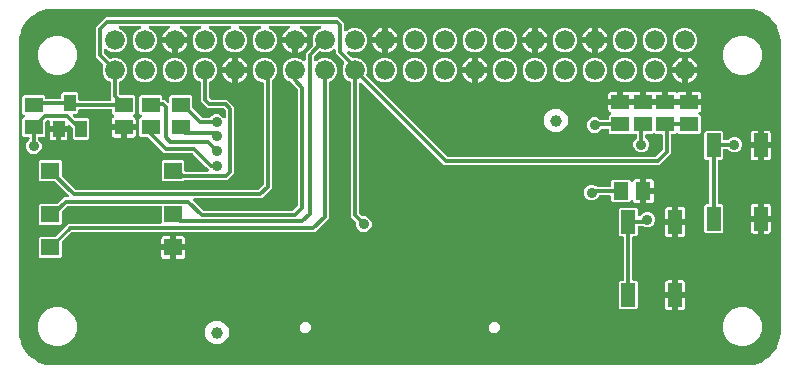
<source format=gbr>
G04 EAGLE Gerber RS-274X export*
G75*
%MOMM*%
%FSLAX34Y34*%
%LPD*%
%INTop Copper*%
%IPPOS*%
%AMOC8*
5,1,8,0,0,1.08239X$1,22.5*%
G01*
%ADD10R,1.500000X1.240000*%
%ADD11R,1.240000X1.500000*%
%ADD12C,1.000000*%
%ADD13C,1.676400*%
%ADD14R,1.200000X2.000000*%
%ADD15R,1.500000X1.400000*%
%ADD16R,1.000000X1.400000*%
%ADD17C,0.906400*%
%ADD18C,0.304800*%
%ADD19C,0.254000*%

G36*
X620276Y2543D02*
X620276Y2543D01*
X620354Y2545D01*
X624451Y2867D01*
X624518Y2881D01*
X624587Y2885D01*
X624743Y2925D01*
X632536Y5457D01*
X632644Y5508D01*
X632754Y5551D01*
X632805Y5584D01*
X632824Y5593D01*
X632840Y5606D01*
X632890Y5638D01*
X639519Y10454D01*
X639606Y10535D01*
X639697Y10611D01*
X639736Y10658D01*
X639751Y10672D01*
X639762Y10689D01*
X639800Y10735D01*
X644616Y17364D01*
X644674Y17468D01*
X644737Y17568D01*
X644760Y17625D01*
X644770Y17643D01*
X644775Y17662D01*
X644797Y17718D01*
X647329Y25511D01*
X647342Y25579D01*
X647364Y25644D01*
X647387Y25803D01*
X647709Y29900D01*
X647708Y29922D01*
X647713Y30000D01*
X647713Y276604D01*
X647711Y276626D01*
X647709Y276704D01*
X647387Y280801D01*
X647373Y280868D01*
X647369Y280937D01*
X647329Y281093D01*
X644797Y288886D01*
X644746Y288994D01*
X644703Y289104D01*
X644670Y289155D01*
X644661Y289174D01*
X644648Y289190D01*
X644616Y289240D01*
X639800Y295869D01*
X639719Y295956D01*
X639643Y296047D01*
X639596Y296086D01*
X639582Y296101D01*
X639565Y296112D01*
X639519Y296150D01*
X632890Y300966D01*
X632786Y301024D01*
X632686Y301087D01*
X632629Y301110D01*
X632611Y301120D01*
X632592Y301125D01*
X632536Y301147D01*
X624743Y303679D01*
X624675Y303692D01*
X624610Y303714D01*
X624451Y303737D01*
X620354Y304059D01*
X620332Y304058D01*
X620254Y304063D01*
X30254Y304063D01*
X30232Y304061D01*
X30154Y304059D01*
X26057Y303737D01*
X25990Y303723D01*
X25921Y303719D01*
X25765Y303679D01*
X17972Y301147D01*
X17864Y301096D01*
X17754Y301053D01*
X17703Y301020D01*
X17684Y301011D01*
X17668Y300998D01*
X17618Y300966D01*
X10989Y296150D01*
X10902Y296069D01*
X10811Y295993D01*
X10772Y295946D01*
X10757Y295932D01*
X10746Y295915D01*
X10708Y295869D01*
X5892Y289240D01*
X5834Y289136D01*
X5771Y289036D01*
X5748Y288979D01*
X5738Y288961D01*
X5733Y288942D01*
X5711Y288886D01*
X3179Y281093D01*
X3166Y281025D01*
X3144Y280960D01*
X3121Y280801D01*
X2799Y276704D01*
X2800Y276682D01*
X2795Y276604D01*
X2795Y30000D01*
X2797Y29978D01*
X2799Y29900D01*
X3121Y25803D01*
X3135Y25736D01*
X3139Y25667D01*
X3179Y25511D01*
X5711Y17718D01*
X5762Y17610D01*
X5805Y17500D01*
X5838Y17449D01*
X5847Y17430D01*
X5860Y17414D01*
X5892Y17364D01*
X10708Y10735D01*
X10789Y10648D01*
X10865Y10557D01*
X10912Y10518D01*
X10926Y10503D01*
X10943Y10492D01*
X10989Y10454D01*
X11064Y10399D01*
X17618Y5638D01*
X17653Y5619D01*
X17683Y5593D01*
X17755Y5559D01*
X17822Y5517D01*
X17879Y5494D01*
X17897Y5484D01*
X17916Y5479D01*
X17971Y5458D01*
X17972Y5457D01*
X25765Y2925D01*
X25833Y2912D01*
X25898Y2890D01*
X26057Y2867D01*
X30154Y2545D01*
X30176Y2546D01*
X30254Y2541D01*
X620254Y2541D01*
X620276Y2543D01*
G37*
%LPC*%
G36*
X20938Y93087D02*
X20938Y93087D01*
X19747Y94278D01*
X19747Y109962D01*
X20938Y111153D01*
X33116Y111153D01*
X33214Y111165D01*
X33313Y111168D01*
X33372Y111185D01*
X33432Y111193D01*
X33524Y111229D01*
X33619Y111257D01*
X33671Y111287D01*
X33727Y111310D01*
X33808Y111368D01*
X33893Y111418D01*
X33968Y111484D01*
X33985Y111496D01*
X33993Y111506D01*
X34014Y111524D01*
X41977Y119487D01*
X42037Y119566D01*
X42105Y119638D01*
X42134Y119691D01*
X42171Y119739D01*
X42211Y119830D01*
X42259Y119916D01*
X42274Y119975D01*
X42298Y120030D01*
X42313Y120128D01*
X42332Y120202D01*
X44432Y122302D01*
X122478Y122302D01*
X122596Y122317D01*
X122715Y122324D01*
X122753Y122337D01*
X122794Y122342D01*
X122904Y122385D01*
X123017Y122422D01*
X123052Y122444D01*
X123089Y122459D01*
X123185Y122528D01*
X123286Y122592D01*
X123314Y122622D01*
X123347Y122645D01*
X123423Y122737D01*
X123504Y122824D01*
X123524Y122859D01*
X123549Y122890D01*
X123600Y122998D01*
X123658Y123102D01*
X123668Y123142D01*
X123685Y123178D01*
X123707Y123295D01*
X123737Y123410D01*
X123741Y123470D01*
X123745Y123490D01*
X123743Y123511D01*
X123747Y123571D01*
X123747Y136144D01*
X123732Y136262D01*
X123725Y136381D01*
X123712Y136419D01*
X123707Y136460D01*
X123664Y136570D01*
X123627Y136683D01*
X123605Y136718D01*
X123590Y136755D01*
X123521Y136851D01*
X123457Y136952D01*
X123427Y136980D01*
X123404Y137013D01*
X123312Y137089D01*
X123225Y137170D01*
X123190Y137190D01*
X123159Y137215D01*
X123051Y137266D01*
X122947Y137324D01*
X122907Y137334D01*
X122871Y137351D01*
X122754Y137373D01*
X122639Y137403D01*
X122579Y137407D01*
X122559Y137411D01*
X122538Y137409D01*
X122478Y137413D01*
X44669Y137413D01*
X44571Y137401D01*
X44472Y137398D01*
X44414Y137381D01*
X44353Y137373D01*
X44261Y137337D01*
X44166Y137309D01*
X44114Y137279D01*
X44058Y137256D01*
X43978Y137198D01*
X43892Y137148D01*
X43817Y137082D01*
X43800Y137070D01*
X43793Y137060D01*
X43771Y137042D01*
X39184Y132455D01*
X39124Y132376D01*
X39056Y132304D01*
X39027Y132251D01*
X38990Y132203D01*
X38950Y132112D01*
X38902Y132026D01*
X38887Y131967D01*
X38863Y131911D01*
X38848Y131813D01*
X38823Y131718D01*
X38817Y131618D01*
X38813Y131597D01*
X38815Y131585D01*
X38813Y131557D01*
X38813Y122278D01*
X37622Y121087D01*
X20938Y121087D01*
X19747Y122278D01*
X19747Y137962D01*
X20938Y139153D01*
X35297Y139153D01*
X35395Y139165D01*
X35494Y139168D01*
X35552Y139185D01*
X35613Y139193D01*
X35705Y139229D01*
X35800Y139257D01*
X35852Y139287D01*
X35908Y139310D01*
X35988Y139368D01*
X36074Y139418D01*
X36149Y139484D01*
X36166Y139496D01*
X36173Y139506D01*
X36195Y139524D01*
X38742Y142071D01*
X38742Y142072D01*
X41197Y144527D01*
X43779Y144527D01*
X43917Y144544D01*
X44055Y144557D01*
X44075Y144564D01*
X44095Y144567D01*
X44224Y144618D01*
X44355Y144665D01*
X44372Y144676D01*
X44390Y144684D01*
X44502Y144765D01*
X44618Y144843D01*
X44631Y144859D01*
X44648Y144870D01*
X44736Y144978D01*
X44828Y145082D01*
X44838Y145100D01*
X44850Y145115D01*
X44910Y145241D01*
X44973Y145365D01*
X44977Y145385D01*
X44986Y145403D01*
X45012Y145539D01*
X45043Y145675D01*
X45042Y145696D01*
X45046Y145715D01*
X45037Y145854D01*
X45033Y145993D01*
X45027Y146013D01*
X45026Y146033D01*
X44983Y146165D01*
X44945Y146299D01*
X44934Y146316D01*
X44928Y146335D01*
X44853Y146453D01*
X44783Y146573D01*
X44764Y146594D01*
X44758Y146604D01*
X44743Y146618D01*
X44677Y146693D01*
X33655Y157716D01*
X33576Y157776D01*
X33504Y157844D01*
X33451Y157873D01*
X33403Y157910D01*
X33312Y157950D01*
X33226Y157998D01*
X33167Y158013D01*
X33111Y158037D01*
X33013Y158052D01*
X32918Y158077D01*
X32818Y158083D01*
X32797Y158087D01*
X32785Y158085D01*
X32757Y158087D01*
X20938Y158087D01*
X19747Y159278D01*
X19747Y174962D01*
X20938Y176153D01*
X37622Y176153D01*
X38813Y174962D01*
X38813Y163143D01*
X38825Y163045D01*
X38828Y162946D01*
X38845Y162888D01*
X38853Y162827D01*
X38889Y162735D01*
X38917Y162640D01*
X38947Y162588D01*
X38970Y162532D01*
X39028Y162452D01*
X39078Y162366D01*
X39144Y162291D01*
X39156Y162274D01*
X39166Y162267D01*
X39184Y162245D01*
X50181Y151248D01*
X50260Y151188D01*
X50332Y151120D01*
X50385Y151091D01*
X50433Y151054D01*
X50524Y151014D01*
X50610Y150966D01*
X50669Y150951D01*
X50725Y150927D01*
X50823Y150912D01*
X50918Y150887D01*
X51018Y150881D01*
X51039Y150877D01*
X51051Y150879D01*
X51079Y150877D01*
X205011Y150877D01*
X205109Y150889D01*
X205208Y150892D01*
X205266Y150909D01*
X205327Y150917D01*
X205419Y150953D01*
X205514Y150981D01*
X205566Y151011D01*
X205622Y151034D01*
X205702Y151092D01*
X205788Y151142D01*
X205863Y151208D01*
X205880Y151220D01*
X205887Y151230D01*
X205909Y151248D01*
X209432Y154771D01*
X209492Y154850D01*
X209560Y154922D01*
X209589Y154975D01*
X209626Y155023D01*
X209666Y155114D01*
X209714Y155200D01*
X209729Y155259D01*
X209753Y155315D01*
X209768Y155413D01*
X209793Y155508D01*
X209799Y155608D01*
X209803Y155629D01*
X209801Y155641D01*
X209803Y155669D01*
X209803Y240656D01*
X209800Y240685D01*
X209802Y240714D01*
X209780Y240843D01*
X209763Y240971D01*
X209753Y240999D01*
X209748Y241028D01*
X209694Y241146D01*
X209646Y241267D01*
X209629Y241291D01*
X209617Y241318D01*
X209536Y241419D01*
X209460Y241524D01*
X209437Y241543D01*
X209418Y241566D01*
X209315Y241644D01*
X209215Y241727D01*
X209188Y241740D01*
X209164Y241757D01*
X209020Y241828D01*
X205055Y243471D01*
X202125Y246401D01*
X200539Y250228D01*
X200539Y254372D01*
X202125Y258199D01*
X205055Y261129D01*
X208882Y262715D01*
X213026Y262715D01*
X216853Y261129D01*
X219783Y258199D01*
X221369Y254372D01*
X221369Y250228D01*
X219783Y246401D01*
X217288Y243906D01*
X217228Y243828D01*
X217160Y243755D01*
X217131Y243702D01*
X217094Y243655D01*
X217054Y243564D01*
X217006Y243477D01*
X216991Y243418D01*
X216967Y243363D01*
X216952Y243265D01*
X216927Y243169D01*
X216921Y243069D01*
X216917Y243049D01*
X216919Y243036D01*
X216917Y243008D01*
X216917Y152197D01*
X208483Y143763D01*
X151351Y143763D01*
X151213Y143746D01*
X151075Y143733D01*
X151055Y143726D01*
X151035Y143723D01*
X150906Y143672D01*
X150775Y143625D01*
X150758Y143614D01*
X150740Y143606D01*
X150628Y143525D01*
X150512Y143447D01*
X150499Y143431D01*
X150482Y143420D01*
X150394Y143312D01*
X150302Y143208D01*
X150292Y143190D01*
X150280Y143175D01*
X150220Y143049D01*
X150157Y142925D01*
X150153Y142905D01*
X150144Y142887D01*
X150118Y142751D01*
X150087Y142615D01*
X150088Y142594D01*
X150084Y142575D01*
X150093Y142436D01*
X150097Y142297D01*
X150103Y142277D01*
X150104Y142257D01*
X150147Y142125D01*
X150185Y141991D01*
X150196Y141974D01*
X150202Y141955D01*
X150277Y141837D01*
X150347Y141717D01*
X150366Y141696D01*
X150372Y141686D01*
X150387Y141672D01*
X150453Y141597D01*
X158581Y133468D01*
X158660Y133408D01*
X158732Y133340D01*
X158785Y133311D01*
X158833Y133274D01*
X158924Y133234D01*
X159010Y133186D01*
X159069Y133171D01*
X159125Y133147D01*
X159223Y133132D01*
X159318Y133107D01*
X159418Y133101D01*
X159439Y133097D01*
X159451Y133099D01*
X159479Y133097D01*
X234221Y133097D01*
X234319Y133109D01*
X234418Y133112D01*
X234476Y133129D01*
X234537Y133137D01*
X234629Y133173D01*
X234724Y133201D01*
X234776Y133231D01*
X234832Y133254D01*
X234912Y133312D01*
X234998Y133362D01*
X235073Y133428D01*
X235090Y133440D01*
X235097Y133450D01*
X235119Y133468D01*
X238642Y136991D01*
X238702Y137070D01*
X238770Y137142D01*
X238799Y137195D01*
X238836Y137243D01*
X238876Y137334D01*
X238924Y137420D01*
X238939Y137479D01*
X238963Y137535D01*
X238978Y137633D01*
X239003Y137728D01*
X239009Y137828D01*
X239013Y137849D01*
X239011Y137861D01*
X239013Y137889D01*
X239013Y235491D01*
X239001Y235589D01*
X238998Y235688D01*
X238981Y235746D01*
X238973Y235807D01*
X238937Y235899D01*
X238909Y235994D01*
X238879Y236046D01*
X238856Y236102D01*
X238798Y236182D01*
X238748Y236268D01*
X238682Y236343D01*
X238670Y236360D01*
X238660Y236367D01*
X238642Y236389D01*
X232519Y242511D01*
X232512Y242517D01*
X232506Y242524D01*
X232386Y242614D01*
X232268Y242706D01*
X232259Y242710D01*
X232252Y242715D01*
X232107Y242786D01*
X230455Y243471D01*
X227525Y246401D01*
X225939Y250228D01*
X225939Y254372D01*
X227525Y258199D01*
X230455Y261129D01*
X234282Y262715D01*
X238426Y262715D01*
X242253Y261129D01*
X243197Y260186D01*
X243306Y260101D01*
X243413Y260012D01*
X243432Y260004D01*
X243448Y259991D01*
X243575Y259936D01*
X243701Y259877D01*
X243721Y259873D01*
X243740Y259865D01*
X243878Y259843D01*
X244014Y259817D01*
X244034Y259818D01*
X244054Y259815D01*
X244193Y259828D01*
X244331Y259837D01*
X244350Y259843D01*
X244370Y259845D01*
X244502Y259892D01*
X244633Y259935D01*
X244651Y259946D01*
X244670Y259952D01*
X244785Y260030D01*
X244902Y260105D01*
X244916Y260120D01*
X244933Y260131D01*
X245025Y260235D01*
X245120Y260336D01*
X245130Y260354D01*
X245143Y260369D01*
X245206Y260493D01*
X245274Y260615D01*
X245279Y260635D01*
X245288Y260653D01*
X245318Y260788D01*
X245353Y260923D01*
X245355Y260951D01*
X245358Y260963D01*
X245357Y260983D01*
X245363Y261084D01*
X245363Y266903D01*
X251545Y273085D01*
X251563Y273108D01*
X251585Y273127D01*
X251660Y273233D01*
X251740Y273336D01*
X251751Y273363D01*
X251768Y273387D01*
X251814Y273509D01*
X251866Y273628D01*
X251871Y273657D01*
X251881Y273685D01*
X251896Y273814D01*
X251916Y273942D01*
X251913Y273971D01*
X251916Y274001D01*
X251898Y274129D01*
X251886Y274259D01*
X251876Y274286D01*
X251872Y274316D01*
X251820Y274468D01*
X251339Y275628D01*
X251339Y279772D01*
X252925Y283599D01*
X255855Y286529D01*
X257888Y287371D01*
X257948Y287406D01*
X258013Y287432D01*
X258086Y287484D01*
X258164Y287529D01*
X258214Y287577D01*
X258271Y287618D01*
X258328Y287688D01*
X258392Y287750D01*
X258429Y287810D01*
X258473Y287863D01*
X258512Y287945D01*
X258559Y288021D01*
X258579Y288088D01*
X258609Y288151D01*
X258626Y288239D01*
X258652Y288325D01*
X258656Y288395D01*
X258669Y288464D01*
X258663Y288553D01*
X258667Y288643D01*
X258653Y288711D01*
X258649Y288781D01*
X258621Y288866D01*
X258603Y288954D01*
X258572Y289017D01*
X258551Y289083D01*
X258503Y289159D01*
X258463Y289240D01*
X258418Y289293D01*
X258381Y289352D01*
X258315Y289414D01*
X258257Y289482D01*
X258200Y289522D01*
X258149Y289570D01*
X258071Y289613D01*
X257997Y289665D01*
X257932Y289690D01*
X257871Y289724D01*
X257784Y289746D01*
X257700Y289778D01*
X257630Y289786D01*
X257563Y289803D01*
X257402Y289813D01*
X241927Y289813D01*
X241907Y289811D01*
X241887Y289813D01*
X241749Y289791D01*
X241611Y289773D01*
X241593Y289766D01*
X241573Y289763D01*
X241445Y289708D01*
X241315Y289656D01*
X241299Y289645D01*
X241281Y289637D01*
X241170Y289551D01*
X241058Y289470D01*
X241045Y289454D01*
X241030Y289442D01*
X240944Y289332D01*
X240855Y289225D01*
X240847Y289207D01*
X240834Y289191D01*
X240779Y289063D01*
X240720Y288937D01*
X240716Y288917D01*
X240708Y288899D01*
X240686Y288761D01*
X240660Y288625D01*
X240661Y288605D01*
X240658Y288585D01*
X240671Y288446D01*
X240680Y288307D01*
X240686Y288288D01*
X240688Y288268D01*
X240735Y288137D01*
X240778Y288005D01*
X240788Y287988D01*
X240795Y287969D01*
X240873Y287853D01*
X240948Y287736D01*
X240962Y287722D01*
X240973Y287706D01*
X241078Y287613D01*
X241179Y287518D01*
X241197Y287508D01*
X241212Y287495D01*
X241350Y287413D01*
X242079Y287042D01*
X243470Y286031D01*
X244685Y284816D01*
X245696Y283425D01*
X246477Y281893D01*
X247008Y280258D01*
X247057Y279949D01*
X237334Y279949D01*
X237216Y279934D01*
X237097Y279927D01*
X237059Y279914D01*
X237019Y279909D01*
X236908Y279866D01*
X236795Y279829D01*
X236761Y279807D01*
X236723Y279792D01*
X236627Y279723D01*
X236526Y279659D01*
X236498Y279629D01*
X236466Y279606D01*
X236390Y279514D01*
X236358Y279480D01*
X236353Y279488D01*
X236323Y279516D01*
X236299Y279549D01*
X236208Y279625D01*
X236121Y279706D01*
X236086Y279726D01*
X236054Y279751D01*
X235947Y279802D01*
X235842Y279860D01*
X235803Y279870D01*
X235767Y279887D01*
X235650Y279909D01*
X235534Y279939D01*
X235474Y279943D01*
X235454Y279947D01*
X235434Y279945D01*
X235374Y279949D01*
X225651Y279949D01*
X225700Y280258D01*
X226231Y281893D01*
X227012Y283425D01*
X228023Y284816D01*
X229238Y286031D01*
X230629Y287042D01*
X231358Y287413D01*
X231374Y287424D01*
X231393Y287432D01*
X231506Y287514D01*
X231621Y287592D01*
X231634Y287607D01*
X231650Y287618D01*
X231739Y287726D01*
X231831Y287830D01*
X231840Y287848D01*
X231853Y287863D01*
X231912Y287989D01*
X231976Y288114D01*
X231980Y288133D01*
X231988Y288151D01*
X232015Y288288D01*
X232045Y288424D01*
X232044Y288444D01*
X232048Y288464D01*
X232039Y288603D01*
X232035Y288742D01*
X232030Y288761D01*
X232028Y288781D01*
X231985Y288913D01*
X231947Y289047D01*
X231936Y289065D01*
X231930Y289083D01*
X231856Y289201D01*
X231785Y289321D01*
X231771Y289335D01*
X231760Y289352D01*
X231659Y289448D01*
X231560Y289546D01*
X231543Y289556D01*
X231529Y289570D01*
X231407Y289637D01*
X231287Y289708D01*
X231268Y289714D01*
X231250Y289724D01*
X231115Y289758D01*
X230981Y289797D01*
X230961Y289798D01*
X230942Y289803D01*
X230781Y289813D01*
X215306Y289813D01*
X215237Y289805D01*
X215167Y289806D01*
X215079Y289785D01*
X214990Y289773D01*
X214925Y289748D01*
X214858Y289731D01*
X214778Y289689D01*
X214695Y289656D01*
X214638Y289615D01*
X214577Y289583D01*
X214510Y289522D01*
X214437Y289470D01*
X214393Y289416D01*
X214341Y289369D01*
X214292Y289294D01*
X214235Y289225D01*
X214205Y289161D01*
X214166Y289103D01*
X214137Y289018D01*
X214099Y288937D01*
X214086Y288868D01*
X214063Y288802D01*
X214056Y288713D01*
X214039Y288625D01*
X214044Y288555D01*
X214038Y288485D01*
X214053Y288397D01*
X214059Y288307D01*
X214080Y288241D01*
X214092Y288172D01*
X214129Y288090D01*
X214157Y288005D01*
X214194Y287946D01*
X214223Y287882D01*
X214279Y287812D01*
X214327Y287736D01*
X214378Y287688D01*
X214422Y287634D01*
X214493Y287579D01*
X214559Y287518D01*
X214620Y287484D01*
X214676Y287442D01*
X214820Y287371D01*
X216853Y286529D01*
X219783Y283599D01*
X221369Y279772D01*
X221369Y275628D01*
X219783Y271801D01*
X216853Y268871D01*
X213026Y267285D01*
X208882Y267285D01*
X205055Y268871D01*
X202125Y271801D01*
X200539Y275628D01*
X200539Y279772D01*
X202125Y283599D01*
X205055Y286529D01*
X207088Y287371D01*
X207148Y287406D01*
X207213Y287432D01*
X207286Y287484D01*
X207364Y287529D01*
X207414Y287577D01*
X207471Y287618D01*
X207528Y287688D01*
X207592Y287750D01*
X207629Y287810D01*
X207673Y287863D01*
X207712Y287945D01*
X207759Y288021D01*
X207779Y288088D01*
X207809Y288151D01*
X207826Y288239D01*
X207852Y288325D01*
X207856Y288395D01*
X207869Y288464D01*
X207863Y288553D01*
X207867Y288643D01*
X207853Y288711D01*
X207849Y288781D01*
X207821Y288866D01*
X207803Y288954D01*
X207772Y289017D01*
X207751Y289083D01*
X207703Y289159D01*
X207663Y289240D01*
X207618Y289293D01*
X207581Y289352D01*
X207515Y289414D01*
X207457Y289482D01*
X207400Y289522D01*
X207349Y289570D01*
X207271Y289613D01*
X207197Y289665D01*
X207132Y289690D01*
X207071Y289724D01*
X206984Y289746D01*
X206900Y289778D01*
X206830Y289786D01*
X206763Y289803D01*
X206602Y289813D01*
X189906Y289813D01*
X189837Y289805D01*
X189767Y289806D01*
X189679Y289785D01*
X189590Y289773D01*
X189525Y289748D01*
X189458Y289731D01*
X189378Y289689D01*
X189295Y289656D01*
X189238Y289615D01*
X189176Y289583D01*
X189110Y289522D01*
X189037Y289470D01*
X188993Y289416D01*
X188941Y289369D01*
X188892Y289294D01*
X188835Y289225D01*
X188805Y289161D01*
X188766Y289103D01*
X188737Y289018D01*
X188699Y288937D01*
X188686Y288868D01*
X188663Y288802D01*
X188656Y288713D01*
X188639Y288625D01*
X188644Y288555D01*
X188638Y288485D01*
X188653Y288397D01*
X188659Y288307D01*
X188680Y288241D01*
X188692Y288172D01*
X188729Y288090D01*
X188757Y288005D01*
X188794Y287946D01*
X188823Y287882D01*
X188879Y287812D01*
X188927Y287736D01*
X188978Y287688D01*
X189022Y287634D01*
X189093Y287579D01*
X189159Y287518D01*
X189220Y287484D01*
X189276Y287442D01*
X189420Y287371D01*
X191453Y286529D01*
X194383Y283599D01*
X195969Y279772D01*
X195969Y275628D01*
X194383Y271801D01*
X191453Y268871D01*
X187626Y267285D01*
X183482Y267285D01*
X179655Y268871D01*
X176725Y271801D01*
X175139Y275628D01*
X175139Y279772D01*
X176725Y283599D01*
X179655Y286529D01*
X181688Y287371D01*
X181748Y287406D01*
X181813Y287432D01*
X181886Y287484D01*
X181964Y287529D01*
X182014Y287577D01*
X182071Y287618D01*
X182128Y287688D01*
X182192Y287750D01*
X182229Y287810D01*
X182273Y287863D01*
X182312Y287945D01*
X182359Y288021D01*
X182379Y288088D01*
X182409Y288151D01*
X182426Y288239D01*
X182452Y288325D01*
X182456Y288395D01*
X182469Y288464D01*
X182463Y288553D01*
X182468Y288643D01*
X182453Y288711D01*
X182449Y288781D01*
X182421Y288866D01*
X182403Y288954D01*
X182373Y289017D01*
X182351Y289083D01*
X182303Y289159D01*
X182263Y289240D01*
X182218Y289293D01*
X182181Y289352D01*
X182115Y289414D01*
X182057Y289482D01*
X182000Y289522D01*
X181949Y289570D01*
X181871Y289613D01*
X181797Y289665D01*
X181732Y289690D01*
X181671Y289724D01*
X181584Y289746D01*
X181500Y289778D01*
X181430Y289786D01*
X181363Y289803D01*
X181202Y289813D01*
X164506Y289813D01*
X164437Y289805D01*
X164367Y289806D01*
X164279Y289785D01*
X164190Y289773D01*
X164125Y289748D01*
X164058Y289731D01*
X163978Y289689D01*
X163895Y289656D01*
X163838Y289615D01*
X163776Y289583D01*
X163710Y289522D01*
X163637Y289470D01*
X163593Y289416D01*
X163541Y289369D01*
X163492Y289294D01*
X163435Y289225D01*
X163405Y289161D01*
X163366Y289103D01*
X163337Y289018D01*
X163299Y288937D01*
X163286Y288868D01*
X163263Y288802D01*
X163256Y288713D01*
X163239Y288625D01*
X163244Y288555D01*
X163238Y288485D01*
X163253Y288397D01*
X163259Y288307D01*
X163280Y288241D01*
X163292Y288172D01*
X163329Y288090D01*
X163357Y288005D01*
X163394Y287946D01*
X163423Y287882D01*
X163479Y287812D01*
X163527Y287736D01*
X163578Y287688D01*
X163622Y287634D01*
X163693Y287579D01*
X163759Y287518D01*
X163820Y287484D01*
X163876Y287442D01*
X164020Y287371D01*
X166053Y286529D01*
X168983Y283599D01*
X170569Y279772D01*
X170569Y275628D01*
X168983Y271801D01*
X166053Y268871D01*
X162226Y267285D01*
X158082Y267285D01*
X154255Y268871D01*
X151325Y271801D01*
X149739Y275628D01*
X149739Y279772D01*
X151325Y283599D01*
X154255Y286529D01*
X156288Y287371D01*
X156348Y287406D01*
X156413Y287432D01*
X156486Y287484D01*
X156564Y287529D01*
X156614Y287577D01*
X156671Y287618D01*
X156728Y287688D01*
X156792Y287750D01*
X156829Y287810D01*
X156873Y287863D01*
X156912Y287945D01*
X156959Y288021D01*
X156979Y288088D01*
X157009Y288151D01*
X157026Y288239D01*
X157052Y288325D01*
X157056Y288395D01*
X157069Y288464D01*
X157063Y288553D01*
X157068Y288643D01*
X157053Y288711D01*
X157049Y288781D01*
X157021Y288866D01*
X157003Y288954D01*
X156973Y289017D01*
X156951Y289083D01*
X156903Y289159D01*
X156863Y289240D01*
X156818Y289293D01*
X156781Y289352D01*
X156715Y289414D01*
X156657Y289482D01*
X156600Y289522D01*
X156549Y289570D01*
X156471Y289613D01*
X156397Y289665D01*
X156332Y289690D01*
X156271Y289724D01*
X156184Y289746D01*
X156100Y289778D01*
X156030Y289786D01*
X155963Y289803D01*
X155802Y289813D01*
X140327Y289813D01*
X140307Y289811D01*
X140287Y289813D01*
X140149Y289791D01*
X140011Y289773D01*
X139992Y289766D01*
X139973Y289763D01*
X139845Y289708D01*
X139715Y289656D01*
X139699Y289645D01*
X139681Y289637D01*
X139571Y289552D01*
X139458Y289470D01*
X139445Y289454D01*
X139429Y289442D01*
X139344Y289332D01*
X139255Y289225D01*
X139247Y289207D01*
X139234Y289191D01*
X139179Y289063D01*
X139120Y288937D01*
X139116Y288917D01*
X139108Y288899D01*
X139086Y288761D01*
X139060Y288625D01*
X139061Y288605D01*
X139058Y288585D01*
X139071Y288446D01*
X139080Y288307D01*
X139086Y288288D01*
X139088Y288268D01*
X139135Y288137D01*
X139178Y288005D01*
X139188Y287988D01*
X139195Y287969D01*
X139273Y287854D01*
X139348Y287736D01*
X139362Y287722D01*
X139373Y287706D01*
X139478Y287614D01*
X139579Y287518D01*
X139597Y287508D01*
X139612Y287495D01*
X139750Y287413D01*
X140479Y287042D01*
X141870Y286031D01*
X143085Y284816D01*
X144096Y283425D01*
X144877Y281893D01*
X145408Y280258D01*
X145457Y279949D01*
X135734Y279949D01*
X135616Y279934D01*
X135497Y279927D01*
X135459Y279914D01*
X135419Y279909D01*
X135308Y279866D01*
X135195Y279829D01*
X135161Y279807D01*
X135123Y279792D01*
X135027Y279723D01*
X134926Y279659D01*
X134898Y279629D01*
X134866Y279606D01*
X134790Y279514D01*
X134758Y279480D01*
X134753Y279488D01*
X134723Y279516D01*
X134699Y279549D01*
X134608Y279625D01*
X134521Y279706D01*
X134486Y279726D01*
X134454Y279751D01*
X134347Y279802D01*
X134242Y279860D01*
X134203Y279870D01*
X134167Y279887D01*
X134050Y279909D01*
X133934Y279939D01*
X133874Y279943D01*
X133854Y279947D01*
X133834Y279945D01*
X133774Y279949D01*
X124051Y279949D01*
X124100Y280258D01*
X124631Y281893D01*
X125412Y283425D01*
X126423Y284816D01*
X127638Y286031D01*
X129029Y287042D01*
X129758Y287413D01*
X129774Y287424D01*
X129793Y287432D01*
X129905Y287513D01*
X130021Y287592D01*
X130034Y287607D01*
X130050Y287618D01*
X130139Y287726D01*
X130231Y287830D01*
X130240Y287848D01*
X130253Y287863D01*
X130312Y287990D01*
X130376Y288114D01*
X130380Y288133D01*
X130388Y288151D01*
X130415Y288288D01*
X130445Y288424D01*
X130444Y288444D01*
X130448Y288464D01*
X130440Y288603D01*
X130435Y288742D01*
X130430Y288761D01*
X130428Y288781D01*
X130385Y288913D01*
X130347Y289047D01*
X130337Y289065D01*
X130330Y289083D01*
X130256Y289201D01*
X130185Y289321D01*
X130171Y289335D01*
X130160Y289352D01*
X130059Y289448D01*
X129960Y289546D01*
X129943Y289556D01*
X129929Y289570D01*
X129807Y289637D01*
X129687Y289708D01*
X129668Y289714D01*
X129650Y289724D01*
X129515Y289758D01*
X129381Y289797D01*
X129361Y289798D01*
X129342Y289803D01*
X129181Y289813D01*
X113706Y289813D01*
X113637Y289805D01*
X113567Y289806D01*
X113479Y289785D01*
X113390Y289773D01*
X113325Y289748D01*
X113258Y289731D01*
X113178Y289689D01*
X113095Y289656D01*
X113038Y289615D01*
X112976Y289583D01*
X112910Y289522D01*
X112837Y289470D01*
X112793Y289416D01*
X112741Y289369D01*
X112692Y289294D01*
X112635Y289225D01*
X112605Y289161D01*
X112566Y289103D01*
X112537Y289018D01*
X112499Y288937D01*
X112486Y288868D01*
X112463Y288802D01*
X112456Y288713D01*
X112439Y288625D01*
X112444Y288555D01*
X112438Y288485D01*
X112453Y288397D01*
X112459Y288307D01*
X112480Y288241D01*
X112492Y288172D01*
X112529Y288090D01*
X112557Y288005D01*
X112594Y287946D01*
X112623Y287882D01*
X112679Y287812D01*
X112727Y287736D01*
X112778Y287688D01*
X112822Y287634D01*
X112893Y287579D01*
X112959Y287518D01*
X113020Y287484D01*
X113076Y287442D01*
X113220Y287371D01*
X115253Y286529D01*
X118183Y283599D01*
X119769Y279772D01*
X119769Y275628D01*
X118183Y271801D01*
X115253Y268871D01*
X111426Y267285D01*
X107282Y267285D01*
X103455Y268871D01*
X100525Y271801D01*
X98939Y275628D01*
X98939Y279772D01*
X100525Y283599D01*
X103455Y286529D01*
X105488Y287371D01*
X105548Y287406D01*
X105613Y287432D01*
X105686Y287484D01*
X105764Y287529D01*
X105814Y287577D01*
X105871Y287618D01*
X105928Y287688D01*
X105992Y287750D01*
X106029Y287810D01*
X106073Y287863D01*
X106112Y287945D01*
X106159Y288021D01*
X106179Y288088D01*
X106209Y288151D01*
X106226Y288239D01*
X106252Y288325D01*
X106256Y288395D01*
X106269Y288464D01*
X106263Y288553D01*
X106268Y288643D01*
X106253Y288711D01*
X106249Y288781D01*
X106221Y288866D01*
X106203Y288954D01*
X106173Y289017D01*
X106151Y289083D01*
X106103Y289159D01*
X106063Y289240D01*
X106018Y289293D01*
X105981Y289352D01*
X105915Y289414D01*
X105857Y289482D01*
X105800Y289522D01*
X105749Y289570D01*
X105671Y289613D01*
X105597Y289665D01*
X105532Y289690D01*
X105471Y289724D01*
X105384Y289746D01*
X105300Y289778D01*
X105230Y289786D01*
X105163Y289803D01*
X105002Y289813D01*
X88306Y289813D01*
X88237Y289805D01*
X88167Y289806D01*
X88079Y289785D01*
X87990Y289773D01*
X87925Y289748D01*
X87858Y289731D01*
X87778Y289689D01*
X87695Y289656D01*
X87638Y289615D01*
X87577Y289583D01*
X87510Y289522D01*
X87437Y289470D01*
X87393Y289416D01*
X87341Y289369D01*
X87292Y289294D01*
X87235Y289225D01*
X87205Y289161D01*
X87166Y289103D01*
X87137Y289018D01*
X87099Y288937D01*
X87086Y288868D01*
X87063Y288802D01*
X87056Y288713D01*
X87039Y288625D01*
X87044Y288555D01*
X87038Y288485D01*
X87053Y288397D01*
X87059Y288307D01*
X87080Y288241D01*
X87092Y288172D01*
X87129Y288090D01*
X87157Y288005D01*
X87194Y287946D01*
X87223Y287882D01*
X87279Y287812D01*
X87327Y287736D01*
X87378Y287688D01*
X87422Y287634D01*
X87493Y287579D01*
X87559Y287518D01*
X87620Y287484D01*
X87676Y287442D01*
X87820Y287371D01*
X89853Y286529D01*
X92783Y283599D01*
X94369Y279772D01*
X94369Y275628D01*
X92783Y271801D01*
X89853Y268871D01*
X86026Y267285D01*
X81882Y267285D01*
X78055Y268871D01*
X76843Y270082D01*
X76734Y270167D01*
X76627Y270256D01*
X76608Y270264D01*
X76592Y270277D01*
X76465Y270332D01*
X76339Y270391D01*
X76319Y270395D01*
X76300Y270403D01*
X76162Y270425D01*
X76026Y270451D01*
X76006Y270450D01*
X75986Y270453D01*
X75847Y270440D01*
X75709Y270431D01*
X75690Y270425D01*
X75670Y270423D01*
X75538Y270376D01*
X75407Y270333D01*
X75389Y270322D01*
X75370Y270316D01*
X75255Y270238D01*
X75138Y270163D01*
X75124Y270148D01*
X75107Y270137D01*
X75015Y270033D01*
X74920Y269932D01*
X74910Y269914D01*
X74897Y269899D01*
X74833Y269774D01*
X74766Y269653D01*
X74761Y269633D01*
X74752Y269615D01*
X74722Y269480D01*
X74687Y269345D01*
X74685Y269317D01*
X74682Y269305D01*
X74683Y269285D01*
X74677Y269184D01*
X74677Y267133D01*
X74689Y267035D01*
X74692Y266936D01*
X74709Y266878D01*
X74717Y266817D01*
X74753Y266725D01*
X74781Y266630D01*
X74811Y266578D01*
X74834Y266522D01*
X74892Y266442D01*
X74942Y266356D01*
X75008Y266281D01*
X75020Y266264D01*
X75030Y266257D01*
X75048Y266235D01*
X78940Y262344D01*
X78963Y262326D01*
X78982Y262303D01*
X79089Y262229D01*
X79191Y262149D01*
X79218Y262137D01*
X79242Y262120D01*
X79364Y262074D01*
X79483Y262023D01*
X79512Y262018D01*
X79540Y262008D01*
X79669Y261993D01*
X79797Y261973D01*
X79827Y261976D01*
X79856Y261972D01*
X79984Y261991D01*
X80114Y262003D01*
X80142Y262013D01*
X80171Y262017D01*
X80323Y262069D01*
X81882Y262715D01*
X86026Y262715D01*
X89853Y261129D01*
X92783Y258199D01*
X94369Y254372D01*
X94369Y250228D01*
X92783Y246401D01*
X89853Y243471D01*
X88294Y242825D01*
X88269Y242810D01*
X88241Y242801D01*
X88131Y242732D01*
X88018Y242667D01*
X87997Y242647D01*
X87972Y242631D01*
X87883Y242537D01*
X87790Y242446D01*
X87774Y242421D01*
X87754Y242399D01*
X87691Y242286D01*
X87623Y242175D01*
X87615Y242147D01*
X87600Y242121D01*
X87568Y241995D01*
X87530Y241871D01*
X87528Y241842D01*
X87521Y241813D01*
X87511Y241652D01*
X87511Y232362D01*
X87526Y232244D01*
X87533Y232125D01*
X87546Y232087D01*
X87551Y232046D01*
X87594Y231936D01*
X87631Y231823D01*
X87653Y231788D01*
X87668Y231751D01*
X87737Y231655D01*
X87801Y231554D01*
X87831Y231526D01*
X87854Y231493D01*
X87946Y231417D01*
X88033Y231336D01*
X88068Y231316D01*
X88099Y231291D01*
X88207Y231240D01*
X88311Y231182D01*
X88351Y231172D01*
X88387Y231155D01*
X88504Y231133D01*
X88619Y231103D01*
X88679Y231099D01*
X88699Y231095D01*
X88720Y231097D01*
X88780Y231093D01*
X99782Y231093D01*
X100973Y229902D01*
X100973Y215818D01*
X99608Y214453D01*
X99531Y214354D01*
X99449Y214259D01*
X99434Y214229D01*
X99413Y214202D01*
X99363Y214087D01*
X99307Y213974D01*
X99300Y213941D01*
X99287Y213910D01*
X99267Y213786D01*
X99241Y213663D01*
X99242Y213629D01*
X99237Y213596D01*
X99248Y213471D01*
X99254Y213345D01*
X99263Y213313D01*
X99267Y213279D01*
X99309Y213161D01*
X99345Y213041D01*
X99363Y213012D01*
X99374Y212980D01*
X99445Y212876D01*
X99510Y212768D01*
X99534Y212745D01*
X99553Y212717D01*
X99647Y212634D01*
X99737Y212546D01*
X99777Y212519D01*
X99791Y212506D01*
X99811Y212496D01*
X99871Y212456D01*
X100500Y212093D01*
X100973Y211620D01*
X101308Y211041D01*
X101481Y210394D01*
X101481Y206399D01*
X92710Y206399D01*
X92592Y206384D01*
X92473Y206377D01*
X92435Y206364D01*
X92395Y206359D01*
X92284Y206315D01*
X92171Y206279D01*
X92136Y206257D01*
X92099Y206242D01*
X92003Y206172D01*
X91902Y206109D01*
X91874Y206079D01*
X91842Y206055D01*
X91766Y205964D01*
X91684Y205877D01*
X91665Y205842D01*
X91639Y205810D01*
X91588Y205703D01*
X91531Y205599D01*
X91520Y205559D01*
X91503Y205523D01*
X91481Y205406D01*
X91451Y205291D01*
X91447Y205230D01*
X91443Y205210D01*
X91445Y205190D01*
X91441Y205130D01*
X91441Y203859D01*
X91439Y203859D01*
X91439Y205130D01*
X91424Y205248D01*
X91417Y205367D01*
X91404Y205405D01*
X91399Y205445D01*
X91355Y205556D01*
X91319Y205669D01*
X91297Y205704D01*
X91282Y205741D01*
X91212Y205837D01*
X91149Y205938D01*
X91119Y205966D01*
X91095Y205998D01*
X91004Y206074D01*
X90917Y206156D01*
X90882Y206175D01*
X90850Y206201D01*
X90743Y206252D01*
X90639Y206309D01*
X90599Y206320D01*
X90563Y206337D01*
X90446Y206359D01*
X90331Y206389D01*
X90270Y206393D01*
X90250Y206397D01*
X90230Y206395D01*
X90170Y206399D01*
X81399Y206399D01*
X81399Y210394D01*
X81572Y211041D01*
X81907Y211620D01*
X82380Y212093D01*
X83009Y212456D01*
X83109Y212532D01*
X83213Y212603D01*
X83236Y212628D01*
X83263Y212649D01*
X83341Y212747D01*
X83424Y212841D01*
X83439Y212871D01*
X83460Y212898D01*
X83511Y213013D01*
X83569Y213125D01*
X83576Y213158D01*
X83590Y213188D01*
X83611Y213313D01*
X83638Y213435D01*
X83637Y213469D01*
X83643Y213502D01*
X83632Y213627D01*
X83629Y213753D01*
X83619Y213785D01*
X83616Y213819D01*
X83575Y213938D01*
X83540Y214058D01*
X83523Y214087D01*
X83512Y214119D01*
X83442Y214224D01*
X83379Y214332D01*
X83346Y214369D01*
X83336Y214384D01*
X83320Y214399D01*
X83272Y214453D01*
X81907Y215818D01*
X81907Y218034D01*
X81892Y218152D01*
X81885Y218271D01*
X81872Y218309D01*
X81867Y218350D01*
X81824Y218460D01*
X81787Y218573D01*
X81765Y218608D01*
X81750Y218645D01*
X81681Y218741D01*
X81617Y218842D01*
X81587Y218870D01*
X81564Y218903D01*
X81472Y218979D01*
X81385Y219060D01*
X81350Y219080D01*
X81319Y219105D01*
X81211Y219156D01*
X81107Y219214D01*
X81067Y219224D01*
X81031Y219241D01*
X80914Y219263D01*
X80799Y219293D01*
X80739Y219297D01*
X80719Y219301D01*
X80698Y219299D01*
X80638Y219303D01*
X54022Y219303D01*
X53904Y219288D01*
X53785Y219281D01*
X53747Y219268D01*
X53706Y219263D01*
X53596Y219220D01*
X53483Y219183D01*
X53448Y219161D01*
X53411Y219146D01*
X53315Y219077D01*
X53214Y219013D01*
X53186Y218983D01*
X53153Y218960D01*
X53077Y218868D01*
X52996Y218781D01*
X52976Y218746D01*
X52951Y218715D01*
X52900Y218607D01*
X52842Y218503D01*
X52832Y218463D01*
X52815Y218427D01*
X52793Y218310D01*
X52763Y218195D01*
X52759Y218135D01*
X52755Y218115D01*
X52757Y218094D01*
X52753Y218034D01*
X52753Y216518D01*
X51562Y215327D01*
X49307Y215327D01*
X49169Y215310D01*
X49031Y215297D01*
X49012Y215290D01*
X48991Y215287D01*
X48862Y215236D01*
X48731Y215189D01*
X48714Y215178D01*
X48696Y215170D01*
X48583Y215089D01*
X48468Y215011D01*
X48455Y214995D01*
X48438Y214984D01*
X48350Y214876D01*
X48258Y214772D01*
X48248Y214754D01*
X48236Y214739D01*
X48176Y214613D01*
X48113Y214489D01*
X48109Y214469D01*
X48100Y214451D01*
X48074Y214314D01*
X48043Y214179D01*
X48044Y214158D01*
X48040Y214139D01*
X48049Y214000D01*
X48053Y213861D01*
X48059Y213841D01*
X48060Y213821D01*
X48103Y213689D01*
X48141Y213555D01*
X48152Y213538D01*
X48158Y213519D01*
X48232Y213401D01*
X48303Y213281D01*
X48322Y213260D01*
X48328Y213250D01*
X48343Y213236D01*
X48409Y213161D01*
X49805Y211764D01*
X49884Y211704D01*
X49956Y211636D01*
X50009Y211607D01*
X50057Y211570D01*
X50148Y211530D01*
X50234Y211482D01*
X50293Y211467D01*
X50349Y211443D01*
X50447Y211428D01*
X50542Y211403D01*
X50642Y211397D01*
X50663Y211393D01*
X50675Y211395D01*
X50703Y211393D01*
X61062Y211393D01*
X62253Y210202D01*
X62253Y194518D01*
X61062Y193327D01*
X49378Y193327D01*
X48187Y194518D01*
X48187Y202797D01*
X48175Y202895D01*
X48172Y202994D01*
X48155Y203052D01*
X48147Y203113D01*
X48111Y203205D01*
X48083Y203300D01*
X48053Y203352D01*
X48030Y203408D01*
X47972Y203488D01*
X47922Y203574D01*
X47856Y203649D01*
X47844Y203666D01*
X47834Y203673D01*
X47816Y203695D01*
X45927Y205583D01*
X45818Y205668D01*
X45711Y205756D01*
X45692Y205765D01*
X45676Y205778D01*
X45548Y205833D01*
X45423Y205892D01*
X45403Y205896D01*
X45384Y205904D01*
X45246Y205926D01*
X45110Y205952D01*
X45090Y205951D01*
X45070Y205954D01*
X44931Y205941D01*
X44793Y205932D01*
X44774Y205926D01*
X44754Y205924D01*
X44622Y205877D01*
X44491Y205834D01*
X44473Y205823D01*
X44454Y205816D01*
X44339Y205738D01*
X44222Y205664D01*
X44208Y205649D01*
X44191Y205638D01*
X44099Y205533D01*
X44004Y205432D01*
X43994Y205415D01*
X43981Y205399D01*
X43917Y205275D01*
X43850Y205154D01*
X43845Y205134D01*
X43836Y205116D01*
X43806Y204980D01*
X43774Y204859D01*
X37450Y204859D01*
X37332Y204844D01*
X37213Y204837D01*
X37175Y204824D01*
X37135Y204819D01*
X37024Y204776D01*
X36911Y204739D01*
X36877Y204717D01*
X36839Y204702D01*
X36743Y204633D01*
X36642Y204569D01*
X36614Y204539D01*
X36582Y204516D01*
X36506Y204424D01*
X36424Y204337D01*
X36405Y204302D01*
X36379Y204271D01*
X36328Y204163D01*
X36271Y204059D01*
X36261Y204019D01*
X36243Y203983D01*
X36223Y203876D01*
X36219Y203906D01*
X36175Y204016D01*
X36139Y204129D01*
X36117Y204164D01*
X36102Y204201D01*
X36032Y204297D01*
X35969Y204398D01*
X35939Y204426D01*
X35915Y204459D01*
X35824Y204535D01*
X35737Y204616D01*
X35702Y204636D01*
X35670Y204661D01*
X35563Y204712D01*
X35458Y204770D01*
X35419Y204780D01*
X35383Y204797D01*
X35266Y204819D01*
X35150Y204849D01*
X35090Y204853D01*
X35070Y204857D01*
X35050Y204855D01*
X34990Y204859D01*
X28679Y204859D01*
X28679Y208534D01*
X28664Y208652D01*
X28657Y208771D01*
X28644Y208809D01*
X28639Y208850D01*
X28596Y208960D01*
X28559Y209073D01*
X28537Y209108D01*
X28522Y209145D01*
X28453Y209241D01*
X28389Y209342D01*
X28359Y209370D01*
X28336Y209403D01*
X28244Y209479D01*
X28157Y209560D01*
X28122Y209580D01*
X28091Y209605D01*
X27983Y209656D01*
X27879Y209714D01*
X27839Y209724D01*
X27803Y209741D01*
X27686Y209763D01*
X27571Y209793D01*
X27511Y209797D01*
X27491Y209801D01*
X27470Y209799D01*
X27410Y209803D01*
X26739Y209803D01*
X26641Y209791D01*
X26542Y209788D01*
X26484Y209771D01*
X26423Y209763D01*
X26331Y209727D01*
X26236Y209699D01*
X26184Y209669D01*
X26128Y209646D01*
X26048Y209588D01*
X25962Y209538D01*
X25887Y209472D01*
X25870Y209460D01*
X25863Y209450D01*
X25841Y209432D01*
X25144Y208735D01*
X25084Y208656D01*
X25016Y208584D01*
X24987Y208531D01*
X24950Y208483D01*
X24910Y208392D01*
X24862Y208306D01*
X24847Y208247D01*
X24823Y208191D01*
X24808Y208093D01*
X24783Y207998D01*
X24777Y207898D01*
X24773Y207877D01*
X24775Y207865D01*
X24773Y207837D01*
X24773Y196818D01*
X23582Y195627D01*
X20066Y195627D01*
X19948Y195612D01*
X19829Y195605D01*
X19791Y195592D01*
X19750Y195587D01*
X19640Y195544D01*
X19527Y195507D01*
X19492Y195485D01*
X19455Y195470D01*
X19359Y195401D01*
X19258Y195337D01*
X19230Y195307D01*
X19197Y195284D01*
X19121Y195192D01*
X19040Y195105D01*
X19020Y195070D01*
X18995Y195039D01*
X18944Y194931D01*
X18886Y194827D01*
X18876Y194787D01*
X18859Y194751D01*
X18837Y194634D01*
X18807Y194519D01*
X18803Y194459D01*
X18799Y194439D01*
X18801Y194418D01*
X18797Y194358D01*
X18797Y194213D01*
X18809Y194115D01*
X18812Y194016D01*
X18829Y193958D01*
X18837Y193897D01*
X18873Y193805D01*
X18901Y193710D01*
X18931Y193658D01*
X18954Y193602D01*
X19012Y193522D01*
X19062Y193436D01*
X19101Y193392D01*
X19103Y193389D01*
X19107Y193385D01*
X19128Y193361D01*
X19140Y193344D01*
X19150Y193337D01*
X19168Y193315D01*
X20805Y191679D01*
X21805Y189266D01*
X21805Y186654D01*
X20805Y184241D01*
X18959Y182395D01*
X16546Y181395D01*
X13934Y181395D01*
X11521Y182395D01*
X9675Y184241D01*
X8675Y186654D01*
X8675Y189266D01*
X9675Y191679D01*
X11312Y193315D01*
X11372Y193394D01*
X11440Y193466D01*
X11465Y193511D01*
X11470Y193517D01*
X11473Y193524D01*
X11506Y193567D01*
X11546Y193658D01*
X11594Y193744D01*
X11609Y193803D01*
X11633Y193859D01*
X11648Y193957D01*
X11673Y194052D01*
X11679Y194152D01*
X11683Y194173D01*
X11681Y194185D01*
X11683Y194213D01*
X11683Y194358D01*
X11668Y194476D01*
X11661Y194595D01*
X11648Y194633D01*
X11643Y194674D01*
X11600Y194784D01*
X11563Y194897D01*
X11541Y194932D01*
X11526Y194969D01*
X11457Y195065D01*
X11393Y195166D01*
X11363Y195194D01*
X11340Y195227D01*
X11248Y195303D01*
X11161Y195384D01*
X11126Y195404D01*
X11095Y195429D01*
X10987Y195480D01*
X10883Y195538D01*
X10843Y195548D01*
X10807Y195565D01*
X10690Y195587D01*
X10575Y195617D01*
X10515Y195621D01*
X10495Y195625D01*
X10474Y195623D01*
X10414Y195627D01*
X6898Y195627D01*
X5707Y196818D01*
X5707Y210902D01*
X7268Y212462D01*
X7341Y212557D01*
X7420Y212646D01*
X7438Y212682D01*
X7463Y212714D01*
X7510Y212823D01*
X7564Y212929D01*
X7573Y212968D01*
X7589Y213006D01*
X7608Y213123D01*
X7634Y213239D01*
X7633Y213280D01*
X7639Y213320D01*
X7628Y213438D01*
X7624Y213557D01*
X7613Y213596D01*
X7609Y213636D01*
X7569Y213749D01*
X7536Y213863D01*
X7515Y213897D01*
X7502Y213936D01*
X7435Y214034D01*
X7374Y214137D01*
X7334Y214182D01*
X7323Y214199D01*
X7308Y214212D01*
X7268Y214257D01*
X5707Y215818D01*
X5707Y229902D01*
X6898Y231093D01*
X23582Y231093D01*
X24773Y229902D01*
X24773Y229186D01*
X24788Y229068D01*
X24795Y228949D01*
X24808Y228911D01*
X24813Y228870D01*
X24856Y228760D01*
X24893Y228647D01*
X24915Y228612D01*
X24930Y228575D01*
X24999Y228479D01*
X25063Y228378D01*
X25093Y228350D01*
X25116Y228317D01*
X25208Y228241D01*
X25295Y228160D01*
X25330Y228140D01*
X25361Y228115D01*
X25469Y228064D01*
X25573Y228006D01*
X25613Y227996D01*
X25649Y227979D01*
X25766Y227957D01*
X25881Y227927D01*
X25941Y227923D01*
X25961Y227919D01*
X25982Y227921D01*
X26042Y227917D01*
X37418Y227917D01*
X37536Y227932D01*
X37655Y227939D01*
X37693Y227952D01*
X37734Y227957D01*
X37844Y228000D01*
X37957Y228037D01*
X37992Y228059D01*
X38029Y228074D01*
X38125Y228143D01*
X38226Y228207D01*
X38254Y228237D01*
X38287Y228260D01*
X38363Y228352D01*
X38444Y228439D01*
X38464Y228474D01*
X38489Y228505D01*
X38540Y228613D01*
X38598Y228717D01*
X38608Y228757D01*
X38625Y228793D01*
X38647Y228910D01*
X38677Y229025D01*
X38681Y229085D01*
X38685Y229105D01*
X38683Y229126D01*
X38687Y229186D01*
X38687Y232202D01*
X39878Y233393D01*
X51562Y233393D01*
X52753Y232202D01*
X52753Y227686D01*
X52768Y227568D01*
X52775Y227449D01*
X52788Y227411D01*
X52793Y227370D01*
X52836Y227260D01*
X52873Y227147D01*
X52895Y227112D01*
X52910Y227075D01*
X52979Y226979D01*
X53043Y226878D01*
X53073Y226850D01*
X53096Y226817D01*
X53188Y226741D01*
X53275Y226660D01*
X53310Y226640D01*
X53341Y226615D01*
X53449Y226564D01*
X53553Y226506D01*
X53593Y226496D01*
X53629Y226479D01*
X53746Y226457D01*
X53861Y226427D01*
X53921Y226423D01*
X53941Y226419D01*
X53962Y226421D01*
X54022Y226417D01*
X79789Y226417D01*
X79927Y226434D01*
X80065Y226447D01*
X80084Y226454D01*
X80105Y226457D01*
X80234Y226508D01*
X80365Y226555D01*
X80381Y226566D01*
X80400Y226574D01*
X80513Y226655D01*
X80628Y226733D01*
X80641Y226749D01*
X80658Y226760D01*
X80746Y226868D01*
X80838Y226972D01*
X80848Y226990D01*
X80860Y227005D01*
X80920Y227131D01*
X80983Y227255D01*
X80987Y227275D01*
X80996Y227293D01*
X81022Y227430D01*
X81053Y227565D01*
X81052Y227586D01*
X81056Y227605D01*
X81047Y227744D01*
X81043Y227883D01*
X81037Y227903D01*
X81036Y227923D01*
X80993Y228055D01*
X80955Y228189D01*
X80944Y228206D01*
X80938Y228225D01*
X80864Y228343D01*
X80793Y228463D01*
X80774Y228484D01*
X80768Y228494D01*
X80753Y228508D01*
X80687Y228584D01*
X80397Y228873D01*
X80397Y241652D01*
X80394Y241682D01*
X80396Y241711D01*
X80374Y241839D01*
X80357Y241968D01*
X80347Y241995D01*
X80342Y242024D01*
X80288Y242143D01*
X80240Y242264D01*
X80223Y242287D01*
X80211Y242314D01*
X80130Y242416D01*
X80054Y242521D01*
X80031Y242540D01*
X80012Y242563D01*
X79909Y242641D01*
X79809Y242724D01*
X79782Y242736D01*
X79758Y242754D01*
X79614Y242825D01*
X78055Y243471D01*
X75125Y246401D01*
X73539Y250228D01*
X73539Y254372D01*
X74185Y255931D01*
X74193Y255959D01*
X74206Y255986D01*
X74235Y256112D01*
X74269Y256238D01*
X74270Y256267D01*
X74276Y256296D01*
X74272Y256426D01*
X74274Y256556D01*
X74267Y256584D01*
X74266Y256614D01*
X74230Y256738D01*
X74200Y256865D01*
X74186Y256891D01*
X74178Y256919D01*
X74112Y257031D01*
X74051Y257146D01*
X74031Y257168D01*
X74016Y257193D01*
X73910Y257314D01*
X70019Y261206D01*
X67563Y263661D01*
X67563Y288493D01*
X75997Y296927D01*
X273253Y296927D01*
X277877Y292303D01*
X277877Y286216D01*
X277894Y286078D01*
X277907Y285939D01*
X277914Y285920D01*
X277917Y285900D01*
X277968Y285771D01*
X278015Y285640D01*
X278026Y285623D01*
X278034Y285604D01*
X278115Y285492D01*
X278193Y285377D01*
X278209Y285363D01*
X278220Y285347D01*
X278328Y285258D01*
X278432Y285166D01*
X278450Y285157D01*
X278465Y285144D01*
X278591Y285085D01*
X278715Y285022D01*
X278735Y285017D01*
X278753Y285009D01*
X278890Y284983D01*
X279025Y284952D01*
X279046Y284953D01*
X279065Y284949D01*
X279204Y284958D01*
X279343Y284962D01*
X279363Y284967D01*
X279383Y284969D01*
X279515Y285011D01*
X279649Y285050D01*
X279666Y285060D01*
X279685Y285067D01*
X279803Y285141D01*
X279923Y285212D01*
X279944Y285230D01*
X279954Y285237D01*
X279968Y285252D01*
X280043Y285318D01*
X281255Y286529D01*
X285082Y288115D01*
X289226Y288115D01*
X293053Y286529D01*
X295983Y283599D01*
X297569Y279772D01*
X297569Y275628D01*
X295983Y271801D01*
X293053Y268871D01*
X289226Y267285D01*
X285082Y267285D01*
X282361Y268413D01*
X282293Y268431D01*
X282229Y268459D01*
X282140Y268473D01*
X282054Y268497D01*
X281984Y268498D01*
X281915Y268509D01*
X281826Y268500D01*
X281736Y268502D01*
X281668Y268485D01*
X281599Y268479D01*
X281514Y268448D01*
X281427Y268427D01*
X281365Y268395D01*
X281299Y268371D01*
X281225Y268321D01*
X281146Y268279D01*
X281094Y268232D01*
X281036Y268193D01*
X280977Y268125D01*
X280910Y268065D01*
X280872Y268006D01*
X280826Y267954D01*
X280785Y267874D01*
X280735Y267799D01*
X280713Y267733D01*
X280681Y267671D01*
X280661Y267583D01*
X280632Y267498D01*
X280627Y267429D01*
X280611Y267361D01*
X280614Y267271D01*
X280607Y267181D01*
X280619Y267113D01*
X280621Y267043D01*
X280646Y266957D01*
X280661Y266868D01*
X280690Y266804D01*
X280709Y266737D01*
X280755Y266660D01*
X280792Y266578D01*
X280836Y266523D01*
X280871Y266463D01*
X280977Y266343D01*
X284233Y263086D01*
X284312Y263026D01*
X284384Y262958D01*
X284437Y262929D01*
X284485Y262892D01*
X284576Y262852D01*
X284662Y262804D01*
X284721Y262789D01*
X284777Y262765D01*
X284875Y262750D01*
X284970Y262725D01*
X285070Y262719D01*
X285091Y262715D01*
X285103Y262717D01*
X285131Y262715D01*
X289226Y262715D01*
X293053Y261129D01*
X295983Y258199D01*
X297569Y254372D01*
X297569Y250228D01*
X296923Y248669D01*
X296915Y248641D01*
X296902Y248614D01*
X296873Y248488D01*
X296839Y248362D01*
X296838Y248333D01*
X296832Y248304D01*
X296836Y248174D01*
X296834Y248044D01*
X296841Y248016D01*
X296842Y247986D01*
X296878Y247862D01*
X296908Y247735D01*
X296922Y247709D01*
X296930Y247681D01*
X296996Y247569D01*
X297057Y247454D01*
X297077Y247432D01*
X297092Y247407D01*
X297198Y247286D01*
X365295Y179188D01*
X365374Y179128D01*
X365446Y179060D01*
X365499Y179031D01*
X365547Y178994D01*
X365638Y178954D01*
X365724Y178906D01*
X365783Y178891D01*
X365839Y178867D01*
X365937Y178852D01*
X366032Y178827D01*
X366132Y178821D01*
X366153Y178817D01*
X366165Y178819D01*
X366193Y178817D01*
X541561Y178817D01*
X541659Y178829D01*
X541758Y178832D01*
X541816Y178849D01*
X541877Y178857D01*
X541969Y178893D01*
X542064Y178921D01*
X542116Y178951D01*
X542172Y178974D01*
X542252Y179032D01*
X542338Y179082D01*
X542413Y179148D01*
X542430Y179160D01*
X542437Y179170D01*
X542459Y179188D01*
X547252Y183981D01*
X547312Y184060D01*
X547380Y184132D01*
X547409Y184185D01*
X547446Y184233D01*
X547486Y184324D01*
X547534Y184410D01*
X547549Y184469D01*
X547573Y184525D01*
X547588Y184623D01*
X547613Y184718D01*
X547619Y184818D01*
X547623Y184839D01*
X547621Y184851D01*
X547623Y184879D01*
X547623Y196898D01*
X547608Y197016D01*
X547601Y197135D01*
X547588Y197173D01*
X547583Y197214D01*
X547540Y197324D01*
X547503Y197437D01*
X547481Y197472D01*
X547466Y197509D01*
X547397Y197605D01*
X547333Y197706D01*
X547303Y197734D01*
X547280Y197767D01*
X547188Y197843D01*
X547101Y197924D01*
X547066Y197944D01*
X547035Y197969D01*
X546927Y198020D01*
X546823Y198078D01*
X546783Y198088D01*
X546747Y198105D01*
X546630Y198127D01*
X546515Y198157D01*
X546455Y198161D01*
X546435Y198165D01*
X546414Y198163D01*
X546354Y198167D01*
X541568Y198167D01*
X541283Y198453D01*
X541188Y198526D01*
X541099Y198605D01*
X541063Y198623D01*
X541031Y198648D01*
X540922Y198695D01*
X540816Y198749D01*
X540777Y198758D01*
X540739Y198774D01*
X540622Y198793D01*
X540506Y198819D01*
X540465Y198818D01*
X540425Y198824D01*
X540307Y198813D01*
X540188Y198809D01*
X540149Y198798D01*
X540109Y198794D01*
X539997Y198754D01*
X539882Y198721D01*
X539847Y198700D01*
X539809Y198687D01*
X539711Y198620D01*
X539608Y198559D01*
X539563Y198519D01*
X539546Y198508D01*
X539533Y198493D01*
X539488Y198453D01*
X539202Y198167D01*
X534416Y198167D01*
X534298Y198152D01*
X534179Y198145D01*
X534141Y198132D01*
X534100Y198127D01*
X533990Y198084D01*
X533877Y198047D01*
X533842Y198025D01*
X533805Y198010D01*
X533709Y197941D01*
X533608Y197877D01*
X533580Y197847D01*
X533547Y197824D01*
X533471Y197732D01*
X533390Y197645D01*
X533370Y197610D01*
X533345Y197579D01*
X533294Y197471D01*
X533236Y197367D01*
X533226Y197327D01*
X533209Y197291D01*
X533187Y197174D01*
X533157Y197059D01*
X533153Y196999D01*
X533149Y196979D01*
X533151Y196958D01*
X533147Y196898D01*
X533147Y195483D01*
X533159Y195385D01*
X533162Y195286D01*
X533179Y195228D01*
X533187Y195167D01*
X533223Y195075D01*
X533251Y194980D01*
X533281Y194928D01*
X533304Y194872D01*
X533362Y194792D01*
X533412Y194706D01*
X533452Y194661D01*
X533453Y194659D01*
X533457Y194655D01*
X533478Y194631D01*
X533490Y194614D01*
X533500Y194607D01*
X533518Y194585D01*
X535155Y192949D01*
X536155Y190536D01*
X536155Y187924D01*
X535155Y185511D01*
X533309Y183665D01*
X530896Y182665D01*
X528284Y182665D01*
X525871Y183665D01*
X524025Y185511D01*
X523025Y187924D01*
X523025Y190536D01*
X524025Y192949D01*
X525662Y194585D01*
X525722Y194664D01*
X525790Y194736D01*
X525815Y194781D01*
X525819Y194786D01*
X525822Y194793D01*
X525856Y194837D01*
X525896Y194928D01*
X525944Y195014D01*
X525959Y195073D01*
X525983Y195129D01*
X525998Y195227D01*
X526023Y195322D01*
X526029Y195422D01*
X526033Y195443D01*
X526031Y195455D01*
X526033Y195483D01*
X526033Y196898D01*
X526018Y197016D01*
X526011Y197135D01*
X525998Y197173D01*
X525993Y197214D01*
X525950Y197324D01*
X525913Y197437D01*
X525891Y197472D01*
X525876Y197509D01*
X525807Y197605D01*
X525743Y197706D01*
X525713Y197734D01*
X525690Y197767D01*
X525598Y197843D01*
X525511Y197924D01*
X525476Y197944D01*
X525445Y197969D01*
X525337Y198020D01*
X525233Y198078D01*
X525193Y198088D01*
X525157Y198105D01*
X525040Y198127D01*
X524925Y198157D01*
X524865Y198161D01*
X524845Y198165D01*
X524824Y198163D01*
X524764Y198167D01*
X522518Y198167D01*
X522232Y198453D01*
X522138Y198526D01*
X522049Y198605D01*
X522013Y198623D01*
X521981Y198648D01*
X521872Y198695D01*
X521766Y198749D01*
X521727Y198758D01*
X521689Y198774D01*
X521572Y198793D01*
X521456Y198819D01*
X521415Y198818D01*
X521375Y198824D01*
X521257Y198813D01*
X521138Y198809D01*
X521099Y198798D01*
X521059Y198794D01*
X520947Y198754D01*
X520832Y198721D01*
X520797Y198700D01*
X520759Y198687D01*
X520661Y198620D01*
X520558Y198559D01*
X520513Y198519D01*
X520496Y198508D01*
X520483Y198493D01*
X520437Y198453D01*
X520152Y198167D01*
X503468Y198167D01*
X502277Y199358D01*
X502277Y201574D01*
X502262Y201692D01*
X502255Y201811D01*
X502242Y201849D01*
X502237Y201890D01*
X502194Y202000D01*
X502157Y202113D01*
X502135Y202148D01*
X502120Y202185D01*
X502051Y202281D01*
X501987Y202382D01*
X501957Y202410D01*
X501934Y202443D01*
X501842Y202519D01*
X501755Y202600D01*
X501720Y202620D01*
X501689Y202645D01*
X501581Y202696D01*
X501477Y202754D01*
X501437Y202764D01*
X501401Y202781D01*
X501284Y202803D01*
X501169Y202833D01*
X501109Y202837D01*
X501089Y202841D01*
X501068Y202839D01*
X501008Y202843D01*
X496974Y202843D01*
X496944Y202840D01*
X496915Y202842D01*
X496787Y202820D01*
X496658Y202803D01*
X496631Y202793D01*
X496602Y202787D01*
X496483Y202734D01*
X496363Y202686D01*
X496339Y202669D01*
X496312Y202657D01*
X496210Y202576D01*
X496105Y202500D01*
X496086Y202477D01*
X496063Y202458D01*
X495986Y202355D01*
X495902Y202255D01*
X495890Y202228D01*
X495872Y202204D01*
X495801Y202060D01*
X495785Y202021D01*
X493939Y200175D01*
X491526Y199175D01*
X488914Y199175D01*
X486501Y200175D01*
X484655Y202021D01*
X483655Y204434D01*
X483655Y207046D01*
X484655Y209459D01*
X486501Y211305D01*
X488914Y212305D01*
X491526Y212305D01*
X493939Y211305D01*
X494915Y210328D01*
X494994Y210268D01*
X495066Y210200D01*
X495119Y210171D01*
X495167Y210134D01*
X495258Y210094D01*
X495344Y210046D01*
X495403Y210031D01*
X495459Y210007D01*
X495557Y209992D01*
X495652Y209967D01*
X495752Y209961D01*
X495773Y209957D01*
X495785Y209959D01*
X495813Y209957D01*
X501008Y209957D01*
X501126Y209972D01*
X501245Y209979D01*
X501283Y209992D01*
X501324Y209997D01*
X501434Y210040D01*
X501547Y210077D01*
X501582Y210099D01*
X501619Y210114D01*
X501715Y210183D01*
X501816Y210247D01*
X501844Y210277D01*
X501877Y210300D01*
X501953Y210392D01*
X502034Y210479D01*
X502054Y210514D01*
X502079Y210545D01*
X502130Y210653D01*
X502188Y210757D01*
X502198Y210797D01*
X502215Y210833D01*
X502237Y210950D01*
X502267Y211065D01*
X502271Y211125D01*
X502275Y211145D01*
X502273Y211166D01*
X502277Y211226D01*
X502277Y213442D01*
X503642Y214807D01*
X503719Y214906D01*
X503801Y215001D01*
X503816Y215031D01*
X503837Y215058D01*
X503887Y215173D01*
X503943Y215286D01*
X503950Y215319D01*
X503963Y215350D01*
X503983Y215474D01*
X504009Y215597D01*
X504008Y215631D01*
X504013Y215664D01*
X504002Y215789D01*
X503996Y215915D01*
X503987Y215947D01*
X503983Y215981D01*
X503941Y216099D01*
X503905Y216219D01*
X503887Y216248D01*
X503876Y216280D01*
X503805Y216384D01*
X503740Y216492D01*
X503716Y216515D01*
X503697Y216543D01*
X503603Y216626D01*
X503513Y216714D01*
X503473Y216741D01*
X503459Y216754D01*
X503439Y216764D01*
X503379Y216804D01*
X502750Y217167D01*
X502277Y217640D01*
X501942Y218219D01*
X501769Y218866D01*
X501769Y222861D01*
X510540Y222861D01*
X510658Y222876D01*
X510777Y222883D01*
X510815Y222896D01*
X510855Y222901D01*
X510966Y222944D01*
X511079Y222981D01*
X511114Y223003D01*
X511151Y223018D01*
X511247Y223088D01*
X511348Y223151D01*
X511376Y223181D01*
X511408Y223205D01*
X511484Y223296D01*
X511566Y223383D01*
X511585Y223418D01*
X511611Y223449D01*
X511662Y223557D01*
X511719Y223661D01*
X511730Y223701D01*
X511747Y223737D01*
X511769Y223854D01*
X511799Y223969D01*
X511803Y224030D01*
X511807Y224050D01*
X511805Y224070D01*
X511809Y224130D01*
X511809Y225401D01*
X511811Y225401D01*
X511811Y224130D01*
X511826Y224012D01*
X511833Y223893D01*
X511846Y223855D01*
X511851Y223815D01*
X511895Y223704D01*
X511931Y223591D01*
X511953Y223556D01*
X511968Y223519D01*
X512038Y223423D01*
X512101Y223322D01*
X512131Y223294D01*
X512155Y223261D01*
X512246Y223186D01*
X512333Y223104D01*
X512368Y223084D01*
X512400Y223059D01*
X512507Y223008D01*
X512611Y222950D01*
X512651Y222940D01*
X512687Y222923D01*
X512804Y222901D01*
X512919Y222871D01*
X512980Y222867D01*
X513000Y222863D01*
X513020Y222865D01*
X513080Y222861D01*
X529590Y222861D01*
X529708Y222876D01*
X529827Y222883D01*
X529865Y222896D01*
X529905Y222901D01*
X530016Y222944D01*
X530129Y222981D01*
X530164Y223003D01*
X530201Y223018D01*
X530297Y223088D01*
X530398Y223151D01*
X530426Y223181D01*
X530458Y223205D01*
X530534Y223296D01*
X530616Y223383D01*
X530635Y223418D01*
X530661Y223449D01*
X530712Y223557D01*
X530769Y223661D01*
X530780Y223701D01*
X530797Y223737D01*
X530819Y223854D01*
X530849Y223969D01*
X530853Y224030D01*
X530857Y224050D01*
X530855Y224070D01*
X530859Y224130D01*
X530859Y225401D01*
X530861Y225401D01*
X530861Y224130D01*
X530876Y224012D01*
X530883Y223893D01*
X530896Y223855D01*
X530901Y223815D01*
X530945Y223704D01*
X530981Y223591D01*
X531003Y223556D01*
X531018Y223519D01*
X531088Y223423D01*
X531151Y223322D01*
X531181Y223294D01*
X531205Y223261D01*
X531296Y223186D01*
X531383Y223104D01*
X531418Y223084D01*
X531450Y223059D01*
X531557Y223008D01*
X531661Y222950D01*
X531701Y222940D01*
X531737Y222923D01*
X531854Y222901D01*
X531969Y222871D01*
X532030Y222867D01*
X532050Y222863D01*
X532070Y222865D01*
X532130Y222861D01*
X548640Y222861D01*
X548758Y222876D01*
X548877Y222883D01*
X548915Y222896D01*
X548955Y222901D01*
X549066Y222944D01*
X549179Y222981D01*
X549214Y223003D01*
X549251Y223018D01*
X549347Y223088D01*
X549448Y223151D01*
X549476Y223181D01*
X549508Y223205D01*
X549584Y223296D01*
X549666Y223383D01*
X549685Y223418D01*
X549711Y223449D01*
X549762Y223557D01*
X549819Y223661D01*
X549830Y223701D01*
X549847Y223737D01*
X549869Y223854D01*
X549899Y223969D01*
X549903Y224030D01*
X549907Y224050D01*
X549905Y224070D01*
X549909Y224130D01*
X549909Y225401D01*
X549911Y225401D01*
X549911Y224130D01*
X549926Y224012D01*
X549933Y223893D01*
X549946Y223855D01*
X549951Y223815D01*
X549995Y223704D01*
X550031Y223591D01*
X550053Y223556D01*
X550068Y223519D01*
X550138Y223423D01*
X550201Y223322D01*
X550231Y223294D01*
X550255Y223261D01*
X550346Y223186D01*
X550433Y223104D01*
X550468Y223084D01*
X550500Y223059D01*
X550607Y223008D01*
X550711Y222950D01*
X550751Y222940D01*
X550787Y222923D01*
X550904Y222901D01*
X551019Y222871D01*
X551080Y222867D01*
X551100Y222863D01*
X551120Y222865D01*
X551180Y222861D01*
X568960Y222861D01*
X569078Y222876D01*
X569197Y222883D01*
X569235Y222896D01*
X569275Y222901D01*
X569386Y222944D01*
X569499Y222981D01*
X569534Y223003D01*
X569571Y223018D01*
X569667Y223088D01*
X569768Y223151D01*
X569796Y223181D01*
X569828Y223205D01*
X569904Y223296D01*
X569986Y223383D01*
X570005Y223418D01*
X570031Y223449D01*
X570082Y223557D01*
X570139Y223661D01*
X570150Y223701D01*
X570167Y223737D01*
X570189Y223854D01*
X570219Y223969D01*
X570223Y224030D01*
X570227Y224050D01*
X570225Y224070D01*
X570229Y224130D01*
X570229Y225401D01*
X570231Y225401D01*
X570231Y224130D01*
X570246Y224012D01*
X570253Y223893D01*
X570266Y223855D01*
X570271Y223815D01*
X570315Y223704D01*
X570351Y223591D01*
X570373Y223556D01*
X570388Y223519D01*
X570458Y223423D01*
X570521Y223322D01*
X570551Y223294D01*
X570575Y223261D01*
X570666Y223186D01*
X570753Y223104D01*
X570788Y223084D01*
X570820Y223059D01*
X570927Y223008D01*
X571031Y222950D01*
X571071Y222940D01*
X571107Y222923D01*
X571224Y222901D01*
X571339Y222871D01*
X571400Y222867D01*
X571420Y222863D01*
X571440Y222865D01*
X571500Y222861D01*
X580271Y222861D01*
X580271Y218866D01*
X580098Y218219D01*
X579763Y217640D01*
X579290Y217167D01*
X578661Y216804D01*
X578561Y216728D01*
X578457Y216657D01*
X578434Y216632D01*
X578407Y216611D01*
X578329Y216513D01*
X578246Y216419D01*
X578231Y216389D01*
X578210Y216362D01*
X578159Y216247D01*
X578101Y216135D01*
X578094Y216102D01*
X578080Y216072D01*
X578059Y215947D01*
X578032Y215825D01*
X578033Y215791D01*
X578027Y215758D01*
X578038Y215633D01*
X578041Y215507D01*
X578051Y215475D01*
X578054Y215441D01*
X578095Y215322D01*
X578130Y215202D01*
X578147Y215173D01*
X578158Y215141D01*
X578228Y215036D01*
X578291Y214928D01*
X578324Y214891D01*
X578334Y214876D01*
X578350Y214861D01*
X578398Y214807D01*
X579763Y213442D01*
X579763Y199358D01*
X578572Y198167D01*
X561888Y198167D01*
X560968Y199088D01*
X560873Y199161D01*
X560784Y199240D01*
X560748Y199258D01*
X560716Y199283D01*
X560607Y199330D01*
X560501Y199384D01*
X560462Y199393D01*
X560424Y199409D01*
X560307Y199428D01*
X560191Y199454D01*
X560150Y199453D01*
X560110Y199459D01*
X559992Y199448D01*
X559873Y199444D01*
X559834Y199433D01*
X559794Y199429D01*
X559681Y199389D01*
X559567Y199356D01*
X559533Y199335D01*
X559494Y199322D01*
X559396Y199255D01*
X559293Y199194D01*
X559248Y199154D01*
X559231Y199143D01*
X559218Y199128D01*
X559173Y199088D01*
X558252Y198167D01*
X556006Y198167D01*
X555888Y198152D01*
X555769Y198145D01*
X555731Y198132D01*
X555690Y198127D01*
X555580Y198084D01*
X555467Y198047D01*
X555432Y198025D01*
X555395Y198010D01*
X555299Y197941D01*
X555198Y197877D01*
X555170Y197847D01*
X555137Y197824D01*
X555061Y197732D01*
X554980Y197645D01*
X554960Y197610D01*
X554935Y197579D01*
X554884Y197471D01*
X554826Y197367D01*
X554816Y197327D01*
X554799Y197291D01*
X554777Y197174D01*
X554747Y197059D01*
X554743Y196999D01*
X554739Y196979D01*
X554741Y196958D01*
X554737Y196898D01*
X554737Y181407D01*
X545033Y171703D01*
X362721Y171703D01*
X292877Y241547D01*
X292768Y241632D01*
X292661Y241720D01*
X292642Y241729D01*
X292626Y241742D01*
X292498Y241797D01*
X292373Y241856D01*
X292353Y241860D01*
X292334Y241868D01*
X292196Y241890D01*
X292060Y241916D01*
X292040Y241915D01*
X292020Y241918D01*
X291881Y241905D01*
X291743Y241896D01*
X291724Y241890D01*
X291704Y241888D01*
X291572Y241841D01*
X291441Y241798D01*
X291423Y241787D01*
X291404Y241780D01*
X291289Y241702D01*
X291172Y241628D01*
X291158Y241613D01*
X291141Y241602D01*
X291049Y241497D01*
X290954Y241396D01*
X290944Y241378D01*
X290931Y241363D01*
X290867Y241239D01*
X290800Y241118D01*
X290795Y241098D01*
X290786Y241080D01*
X290756Y240944D01*
X290721Y240810D01*
X290719Y240782D01*
X290716Y240770D01*
X290717Y240749D01*
X290711Y240649D01*
X290711Y131405D01*
X290723Y131307D01*
X290726Y131208D01*
X290743Y131150D01*
X290751Y131089D01*
X290787Y130997D01*
X290815Y130902D01*
X290845Y130850D01*
X290868Y130794D01*
X290926Y130714D01*
X290976Y130628D01*
X291042Y130553D01*
X291054Y130536D01*
X291064Y130529D01*
X291082Y130507D01*
X292733Y128856D01*
X292812Y128796D01*
X292884Y128728D01*
X292937Y128699D01*
X292985Y128662D01*
X293076Y128622D01*
X293162Y128574D01*
X293221Y128559D01*
X293277Y128535D01*
X293375Y128520D01*
X293470Y128495D01*
X293570Y128489D01*
X293591Y128485D01*
X293603Y128487D01*
X293631Y128485D01*
X295946Y128485D01*
X298359Y127485D01*
X300205Y125639D01*
X301205Y123226D01*
X301205Y120614D01*
X300205Y118201D01*
X298359Y116355D01*
X295946Y115355D01*
X293334Y115355D01*
X290921Y116355D01*
X289075Y118201D01*
X288075Y120614D01*
X288075Y122929D01*
X288063Y123027D01*
X288060Y123126D01*
X288043Y123184D01*
X288035Y123245D01*
X287999Y123337D01*
X287971Y123432D01*
X287941Y123484D01*
X287918Y123540D01*
X287860Y123620D01*
X287810Y123706D01*
X287744Y123781D01*
X287732Y123798D01*
X287722Y123805D01*
X287704Y123827D01*
X283597Y127933D01*
X283597Y241652D01*
X283594Y241682D01*
X283596Y241711D01*
X283574Y241839D01*
X283557Y241968D01*
X283547Y241995D01*
X283542Y242024D01*
X283488Y242143D01*
X283440Y242264D01*
X283423Y242287D01*
X283411Y242314D01*
X283330Y242416D01*
X283254Y242521D01*
X283231Y242540D01*
X283212Y242563D01*
X283109Y242641D01*
X283009Y242724D01*
X282982Y242736D01*
X282958Y242754D01*
X282814Y242825D01*
X281255Y243471D01*
X278325Y246401D01*
X276739Y250228D01*
X276739Y254372D01*
X278216Y257936D01*
X278224Y257965D01*
X278237Y257991D01*
X278265Y258118D01*
X278300Y258243D01*
X278300Y258272D01*
X278307Y258301D01*
X278303Y258431D01*
X278305Y258561D01*
X278298Y258590D01*
X278297Y258619D01*
X278261Y258744D01*
X278231Y258870D01*
X278217Y258896D01*
X278209Y258925D01*
X278143Y259036D01*
X278082Y259151D01*
X278062Y259173D01*
X278047Y259199D01*
X277941Y259319D01*
X270763Y266497D01*
X270763Y268916D01*
X270746Y269054D01*
X270733Y269193D01*
X270726Y269212D01*
X270723Y269232D01*
X270672Y269361D01*
X270625Y269492D01*
X270614Y269509D01*
X270606Y269528D01*
X270525Y269640D01*
X270447Y269755D01*
X270431Y269769D01*
X270420Y269785D01*
X270312Y269874D01*
X270208Y269966D01*
X270190Y269975D01*
X270175Y269988D01*
X270049Y270047D01*
X269925Y270110D01*
X269905Y270115D01*
X269887Y270123D01*
X269750Y270149D01*
X269615Y270180D01*
X269594Y270179D01*
X269575Y270183D01*
X269436Y270174D01*
X269297Y270170D01*
X269277Y270165D01*
X269257Y270163D01*
X269125Y270121D01*
X268991Y270082D01*
X268974Y270072D01*
X268955Y270065D01*
X268837Y269991D01*
X268717Y269920D01*
X268696Y269902D01*
X268686Y269895D01*
X268672Y269880D01*
X268597Y269814D01*
X267653Y268871D01*
X263826Y267285D01*
X259682Y267285D01*
X257724Y268096D01*
X257696Y268104D01*
X257670Y268118D01*
X257543Y268146D01*
X257418Y268180D01*
X257388Y268181D01*
X257359Y268187D01*
X257230Y268183D01*
X257100Y268185D01*
X257071Y268178D01*
X257041Y268178D01*
X256917Y268141D01*
X256790Y268111D01*
X256764Y268097D01*
X256736Y268089D01*
X256624Y268023D01*
X256509Y267962D01*
X256487Y267943D01*
X256462Y267928D01*
X256341Y267821D01*
X252848Y264329D01*
X252788Y264250D01*
X252720Y264178D01*
X252691Y264125D01*
X252654Y264077D01*
X252614Y263986D01*
X252566Y263900D01*
X252551Y263841D01*
X252527Y263785D01*
X252512Y263687D01*
X252487Y263592D01*
X252481Y263492D01*
X252477Y263471D01*
X252479Y263459D01*
X252477Y263431D01*
X252477Y260816D01*
X252494Y260678D01*
X252507Y260539D01*
X252514Y260520D01*
X252517Y260500D01*
X252568Y260371D01*
X252615Y260240D01*
X252626Y260223D01*
X252634Y260204D01*
X252715Y260092D01*
X252793Y259977D01*
X252809Y259963D01*
X252820Y259947D01*
X252928Y259858D01*
X253032Y259766D01*
X253050Y259757D01*
X253065Y259744D01*
X253191Y259685D01*
X253315Y259622D01*
X253335Y259617D01*
X253353Y259609D01*
X253490Y259583D01*
X253625Y259552D01*
X253646Y259553D01*
X253665Y259549D01*
X253804Y259558D01*
X253943Y259562D01*
X253963Y259567D01*
X253983Y259569D01*
X254115Y259611D01*
X254249Y259650D01*
X254266Y259660D01*
X254285Y259667D01*
X254403Y259741D01*
X254523Y259812D01*
X254544Y259830D01*
X254554Y259837D01*
X254568Y259852D01*
X254643Y259918D01*
X255855Y261129D01*
X259682Y262715D01*
X263826Y262715D01*
X267653Y261129D01*
X270583Y258199D01*
X272169Y254372D01*
X272169Y250228D01*
X270583Y246401D01*
X267653Y243471D01*
X266094Y242825D01*
X266069Y242810D01*
X266041Y242801D01*
X265931Y242732D01*
X265818Y242667D01*
X265797Y242647D01*
X265772Y242631D01*
X265683Y242537D01*
X265590Y242446D01*
X265574Y242421D01*
X265554Y242399D01*
X265491Y242286D01*
X265423Y242175D01*
X265415Y242147D01*
X265400Y242121D01*
X265368Y241995D01*
X265330Y241871D01*
X265328Y241842D01*
X265321Y241813D01*
X265311Y241652D01*
X265311Y178370D01*
X265322Y178277D01*
X265324Y178184D01*
X265327Y178176D01*
X265311Y176387D01*
X265311Y176383D01*
X265311Y176376D01*
X265311Y174574D01*
X265305Y174551D01*
X265297Y174438D01*
X265294Y174421D01*
X265295Y174411D01*
X265293Y174391D01*
X265177Y161278D01*
X265177Y161275D01*
X265177Y161267D01*
X265177Y126797D01*
X253568Y115188D01*
X47545Y115188D01*
X47447Y115176D01*
X47348Y115173D01*
X47289Y115156D01*
X47229Y115148D01*
X47137Y115112D01*
X47042Y115084D01*
X46990Y115054D01*
X46934Y115031D01*
X46854Y114973D01*
X46768Y114923D01*
X46693Y114857D01*
X46676Y114845D01*
X46668Y114835D01*
X46647Y114817D01*
X39184Y107354D01*
X39124Y107275D01*
X39056Y107203D01*
X39027Y107150D01*
X38990Y107102D01*
X38950Y107011D01*
X38902Y106925D01*
X38887Y106866D01*
X38863Y106811D01*
X38848Y106713D01*
X38823Y106617D01*
X38817Y106517D01*
X38813Y106497D01*
X38815Y106484D01*
X38813Y106456D01*
X38813Y94278D01*
X37622Y93087D01*
X20938Y93087D01*
G37*
%LPD*%
%LPC*%
G36*
X124938Y158087D02*
X124938Y158087D01*
X123747Y159278D01*
X123747Y174962D01*
X124938Y176153D01*
X141622Y176153D01*
X142813Y174962D01*
X142813Y167386D01*
X142828Y167268D01*
X142835Y167149D01*
X142848Y167111D01*
X142853Y167070D01*
X142896Y166960D01*
X142933Y166847D01*
X142955Y166812D01*
X142970Y166775D01*
X143039Y166679D01*
X143103Y166578D01*
X143133Y166550D01*
X143156Y166517D01*
X143248Y166441D01*
X143335Y166360D01*
X143370Y166340D01*
X143401Y166315D01*
X143509Y166264D01*
X143613Y166206D01*
X143653Y166196D01*
X143689Y166179D01*
X143806Y166157D01*
X143921Y166127D01*
X143981Y166123D01*
X144001Y166119D01*
X144022Y166121D01*
X144082Y166117D01*
X162339Y166117D01*
X162477Y166134D01*
X162615Y166147D01*
X162635Y166154D01*
X162655Y166157D01*
X162784Y166208D01*
X162915Y166255D01*
X162932Y166266D01*
X162950Y166274D01*
X163063Y166355D01*
X163178Y166433D01*
X163191Y166449D01*
X163208Y166460D01*
X163296Y166568D01*
X163388Y166672D01*
X163398Y166690D01*
X163410Y166705D01*
X163470Y166831D01*
X163533Y166955D01*
X163537Y166975D01*
X163546Y166993D01*
X163572Y167129D01*
X163603Y167265D01*
X163602Y167286D01*
X163606Y167305D01*
X163597Y167444D01*
X163593Y167583D01*
X163587Y167603D01*
X163586Y167623D01*
X163543Y167755D01*
X163505Y167889D01*
X163494Y167906D01*
X163488Y167925D01*
X163413Y168043D01*
X163343Y168163D01*
X163324Y168184D01*
X163318Y168194D01*
X163303Y168208D01*
X163237Y168283D01*
X161172Y170349D01*
X150029Y181492D01*
X149950Y181552D01*
X149878Y181620D01*
X149825Y181649D01*
X149777Y181686D01*
X149686Y181726D01*
X149600Y181774D01*
X149541Y181789D01*
X149485Y181813D01*
X149387Y181828D01*
X149292Y181853D01*
X149192Y181859D01*
X149171Y181863D01*
X149159Y181861D01*
X149131Y181863D01*
X125527Y181863D01*
X112135Y195256D01*
X112056Y195316D01*
X111984Y195384D01*
X111931Y195413D01*
X111883Y195450D01*
X111792Y195490D01*
X111706Y195538D01*
X111647Y195553D01*
X111591Y195577D01*
X111493Y195592D01*
X111398Y195617D01*
X111298Y195623D01*
X111277Y195627D01*
X111265Y195625D01*
X111237Y195627D01*
X105958Y195627D01*
X104767Y196818D01*
X104767Y210902D01*
X106328Y212463D01*
X106401Y212557D01*
X106480Y212646D01*
X106498Y212682D01*
X106523Y212714D01*
X106570Y212823D01*
X106624Y212929D01*
X106633Y212968D01*
X106649Y213006D01*
X106668Y213123D01*
X106694Y213239D01*
X106693Y213280D01*
X106699Y213320D01*
X106688Y213438D01*
X106684Y213557D01*
X106673Y213596D01*
X106669Y213636D01*
X106629Y213748D01*
X106596Y213863D01*
X106575Y213898D01*
X106562Y213936D01*
X106495Y214034D01*
X106434Y214137D01*
X106394Y214182D01*
X106383Y214199D01*
X106368Y214212D01*
X106328Y214258D01*
X104767Y215818D01*
X104767Y229902D01*
X105958Y231093D01*
X122642Y231093D01*
X123833Y229902D01*
X123833Y228346D01*
X123848Y228228D01*
X123855Y228109D01*
X123868Y228071D01*
X123873Y228030D01*
X123916Y227920D01*
X123953Y227807D01*
X123975Y227772D01*
X123990Y227735D01*
X124059Y227639D01*
X124123Y227538D01*
X124153Y227510D01*
X124176Y227477D01*
X124268Y227401D01*
X124355Y227320D01*
X124390Y227300D01*
X124421Y227275D01*
X124529Y227224D01*
X124633Y227166D01*
X124673Y227156D01*
X124709Y227139D01*
X124826Y227117D01*
X124941Y227087D01*
X125001Y227083D01*
X125021Y227079D01*
X125042Y227081D01*
X125102Y227077D01*
X125933Y227077D01*
X128001Y225009D01*
X128087Y224943D01*
X128129Y224903D01*
X128151Y224891D01*
X128217Y224836D01*
X128236Y224827D01*
X128252Y224814D01*
X128380Y224759D01*
X128505Y224700D01*
X128525Y224696D01*
X128544Y224688D01*
X128682Y224666D01*
X128818Y224640D01*
X128838Y224641D01*
X128858Y224638D01*
X128997Y224651D01*
X129135Y224660D01*
X129154Y224666D01*
X129174Y224668D01*
X129306Y224715D01*
X129437Y224758D01*
X129455Y224769D01*
X129474Y224776D01*
X129589Y224854D01*
X129706Y224928D01*
X129720Y224943D01*
X129737Y224954D01*
X129829Y225059D01*
X129924Y225160D01*
X129934Y225177D01*
X129947Y225193D01*
X130011Y225317D01*
X130078Y225438D01*
X130083Y225458D01*
X130092Y225476D01*
X130122Y225612D01*
X130157Y225746D01*
X130159Y225774D01*
X130162Y225786D01*
X130161Y225807D01*
X130163Y225839D01*
X130165Y225848D01*
X130164Y225858D01*
X130167Y225907D01*
X130167Y229902D01*
X131358Y231093D01*
X148042Y231093D01*
X149233Y229902D01*
X149233Y220813D01*
X149245Y220715D01*
X149248Y220616D01*
X149265Y220558D01*
X149273Y220497D01*
X149309Y220405D01*
X149337Y220310D01*
X149367Y220258D01*
X149390Y220202D01*
X149448Y220122D01*
X149498Y220036D01*
X149564Y219961D01*
X149576Y219944D01*
X149586Y219937D01*
X149604Y219915D01*
X157311Y212208D01*
X157390Y212148D01*
X157462Y212080D01*
X157515Y212051D01*
X157563Y212014D01*
X157654Y211974D01*
X157740Y211926D01*
X157799Y211911D01*
X157855Y211887D01*
X157953Y211872D01*
X158048Y211847D01*
X158148Y211841D01*
X158169Y211837D01*
X158181Y211839D01*
X158209Y211837D01*
X163927Y211837D01*
X164025Y211849D01*
X164124Y211852D01*
X164182Y211869D01*
X164243Y211877D01*
X164335Y211913D01*
X164430Y211941D01*
X164482Y211971D01*
X164538Y211994D01*
X164618Y212052D01*
X164704Y212102D01*
X164779Y212168D01*
X164796Y212180D01*
X164803Y212190D01*
X164825Y212208D01*
X166461Y213845D01*
X168874Y214845D01*
X171486Y214845D01*
X173899Y213845D01*
X175887Y211857D01*
X175996Y211772D01*
X176103Y211684D01*
X176122Y211675D01*
X176138Y211662D01*
X176266Y211607D01*
X176391Y211548D01*
X176411Y211544D01*
X176430Y211536D01*
X176568Y211514D01*
X176704Y211488D01*
X176724Y211489D01*
X176744Y211486D01*
X176883Y211499D01*
X177021Y211508D01*
X177040Y211514D01*
X177060Y211516D01*
X177192Y211563D01*
X177323Y211606D01*
X177341Y211617D01*
X177360Y211624D01*
X177475Y211702D01*
X177592Y211776D01*
X177606Y211791D01*
X177623Y211802D01*
X177715Y211907D01*
X177810Y212008D01*
X177820Y212025D01*
X177833Y212041D01*
X177897Y212165D01*
X177964Y212286D01*
X177969Y212306D01*
X177978Y212324D01*
X178008Y212460D01*
X178043Y212594D01*
X178045Y212622D01*
X178048Y212634D01*
X178047Y212655D01*
X178053Y212755D01*
X178053Y217711D01*
X178041Y217809D01*
X178038Y217908D01*
X178021Y217966D01*
X178013Y218027D01*
X177977Y218119D01*
X177949Y218214D01*
X177919Y218266D01*
X177896Y218322D01*
X177838Y218402D01*
X177788Y218488D01*
X177722Y218563D01*
X177710Y218580D01*
X177700Y218587D01*
X177682Y218609D01*
X176699Y219592D01*
X176620Y219652D01*
X176548Y219720D01*
X176495Y219749D01*
X176447Y219786D01*
X176356Y219826D01*
X176270Y219874D01*
X176211Y219889D01*
X176155Y219913D01*
X176057Y219928D01*
X175962Y219953D01*
X175862Y219959D01*
X175841Y219963D01*
X175829Y219961D01*
X175801Y219963D01*
X162357Y219963D01*
X156463Y225857D01*
X156463Y241708D01*
X156460Y241737D01*
X156462Y241767D01*
X156440Y241894D01*
X156423Y242023D01*
X156413Y242051D01*
X156408Y242080D01*
X156354Y242199D01*
X156306Y242319D01*
X156289Y242343D01*
X156277Y242370D01*
X156196Y242472D01*
X156120Y242576D01*
X156097Y242595D01*
X156078Y242618D01*
X155975Y242696D01*
X155875Y242779D01*
X155848Y242792D01*
X155824Y242810D01*
X155680Y242880D01*
X154255Y243471D01*
X151325Y246401D01*
X149739Y250228D01*
X149739Y254372D01*
X151325Y258199D01*
X154255Y261129D01*
X158082Y262715D01*
X162226Y262715D01*
X166053Y261129D01*
X168983Y258199D01*
X170569Y254372D01*
X170569Y250228D01*
X168983Y246401D01*
X166053Y243471D01*
X164360Y242769D01*
X164335Y242755D01*
X164307Y242746D01*
X164197Y242676D01*
X164084Y242612D01*
X164063Y242591D01*
X164038Y242576D01*
X163949Y242481D01*
X163856Y242391D01*
X163840Y242365D01*
X163820Y242344D01*
X163757Y242230D01*
X163689Y242120D01*
X163681Y242091D01*
X163666Y242065D01*
X163634Y241940D01*
X163596Y241816D01*
X163594Y241786D01*
X163587Y241758D01*
X163577Y241597D01*
X163577Y229329D01*
X163589Y229231D01*
X163592Y229132D01*
X163609Y229074D01*
X163617Y229013D01*
X163653Y228921D01*
X163681Y228826D01*
X163711Y228774D01*
X163734Y228718D01*
X163792Y228638D01*
X163842Y228552D01*
X163908Y228477D01*
X163920Y228460D01*
X163930Y228453D01*
X163948Y228431D01*
X164931Y227448D01*
X165010Y227388D01*
X165082Y227320D01*
X165135Y227291D01*
X165183Y227254D01*
X165274Y227214D01*
X165360Y227166D01*
X165419Y227151D01*
X165475Y227127D01*
X165573Y227112D01*
X165668Y227087D01*
X165768Y227081D01*
X165789Y227077D01*
X165801Y227079D01*
X165829Y227077D01*
X179273Y227077D01*
X185167Y221183D01*
X185167Y164897D01*
X179273Y159003D01*
X143064Y159003D01*
X142966Y158991D01*
X142867Y158988D01*
X142808Y158971D01*
X142748Y158963D01*
X142656Y158927D01*
X142561Y158899D01*
X142509Y158869D01*
X142453Y158846D01*
X142372Y158788D01*
X142287Y158738D01*
X142212Y158672D01*
X142195Y158660D01*
X142187Y158650D01*
X142166Y158632D01*
X141622Y158087D01*
X124938Y158087D01*
G37*
%LPD*%
%LPC*%
G36*
X584028Y114447D02*
X584028Y114447D01*
X582837Y115638D01*
X582837Y137322D01*
X584028Y138513D01*
X586044Y138513D01*
X586162Y138528D01*
X586281Y138535D01*
X586319Y138548D01*
X586360Y138553D01*
X586470Y138596D01*
X586583Y138633D01*
X586618Y138655D01*
X586655Y138670D01*
X586751Y138739D01*
X586852Y138803D01*
X586880Y138833D01*
X586913Y138856D01*
X586989Y138948D01*
X587070Y139035D01*
X587090Y139070D01*
X587115Y139101D01*
X587166Y139209D01*
X587224Y139313D01*
X587234Y139353D01*
X587251Y139389D01*
X587273Y139506D01*
X587303Y139621D01*
X587307Y139681D01*
X587311Y139701D01*
X587309Y139722D01*
X587313Y139782D01*
X587313Y175178D01*
X587298Y175296D01*
X587291Y175415D01*
X587278Y175453D01*
X587273Y175494D01*
X587230Y175604D01*
X587193Y175717D01*
X587171Y175752D01*
X587156Y175789D01*
X587087Y175885D01*
X587023Y175986D01*
X586993Y176014D01*
X586970Y176047D01*
X586878Y176123D01*
X586791Y176204D01*
X586756Y176224D01*
X586725Y176249D01*
X586617Y176300D01*
X586513Y176358D01*
X586473Y176368D01*
X586437Y176385D01*
X586320Y176407D01*
X586205Y176437D01*
X586145Y176441D01*
X586125Y176445D01*
X586104Y176443D01*
X586044Y176447D01*
X584028Y176447D01*
X582837Y177638D01*
X582837Y199322D01*
X584028Y200513D01*
X597712Y200513D01*
X598903Y199322D01*
X598903Y194056D01*
X598918Y193938D01*
X598925Y193819D01*
X598938Y193781D01*
X598943Y193740D01*
X598986Y193630D01*
X599023Y193517D01*
X599045Y193482D01*
X599060Y193445D01*
X599129Y193349D01*
X599193Y193248D01*
X599223Y193220D01*
X599246Y193187D01*
X599338Y193111D01*
X599425Y193030D01*
X599460Y193010D01*
X599491Y192985D01*
X599599Y192934D01*
X599703Y192876D01*
X599743Y192866D01*
X599779Y192849D01*
X599896Y192827D01*
X600011Y192797D01*
X600071Y192793D01*
X600091Y192789D01*
X600112Y192791D01*
X600172Y192787D01*
X602077Y192787D01*
X602175Y192799D01*
X602274Y192802D01*
X602332Y192819D01*
X602393Y192827D01*
X602485Y192863D01*
X602580Y192891D01*
X602632Y192921D01*
X602688Y192944D01*
X602768Y193002D01*
X602854Y193052D01*
X602929Y193118D01*
X602946Y193130D01*
X602953Y193140D01*
X602975Y193158D01*
X604611Y194795D01*
X607024Y195795D01*
X609636Y195795D01*
X612049Y194795D01*
X613895Y192949D01*
X614895Y190536D01*
X614895Y187924D01*
X613895Y185511D01*
X612049Y183665D01*
X609636Y182665D01*
X607024Y182665D01*
X604611Y183665D01*
X602975Y185302D01*
X602896Y185362D01*
X602824Y185430D01*
X602771Y185459D01*
X602723Y185496D01*
X602632Y185536D01*
X602546Y185584D01*
X602487Y185599D01*
X602431Y185623D01*
X602333Y185638D01*
X602238Y185663D01*
X602138Y185669D01*
X602117Y185673D01*
X602105Y185671D01*
X602077Y185673D01*
X600172Y185673D01*
X600054Y185658D01*
X599935Y185651D01*
X599897Y185638D01*
X599856Y185633D01*
X599746Y185590D01*
X599633Y185553D01*
X599598Y185531D01*
X599561Y185516D01*
X599465Y185447D01*
X599364Y185383D01*
X599336Y185353D01*
X599303Y185330D01*
X599227Y185238D01*
X599146Y185151D01*
X599126Y185116D01*
X599101Y185085D01*
X599050Y184977D01*
X598992Y184873D01*
X598982Y184833D01*
X598965Y184797D01*
X598943Y184680D01*
X598913Y184565D01*
X598909Y184505D01*
X598905Y184485D01*
X598907Y184464D01*
X598903Y184404D01*
X598903Y177638D01*
X597712Y176447D01*
X595696Y176447D01*
X595578Y176432D01*
X595459Y176425D01*
X595421Y176412D01*
X595380Y176407D01*
X595270Y176364D01*
X595157Y176327D01*
X595122Y176305D01*
X595085Y176290D01*
X594989Y176221D01*
X594888Y176157D01*
X594860Y176127D01*
X594827Y176104D01*
X594751Y176012D01*
X594670Y175925D01*
X594650Y175890D01*
X594625Y175859D01*
X594574Y175751D01*
X594516Y175647D01*
X594506Y175607D01*
X594489Y175571D01*
X594467Y175454D01*
X594437Y175339D01*
X594433Y175279D01*
X594429Y175259D01*
X594430Y175244D01*
X594429Y175239D01*
X594430Y175229D01*
X594427Y175178D01*
X594427Y139782D01*
X594442Y139664D01*
X594449Y139545D01*
X594462Y139507D01*
X594467Y139466D01*
X594510Y139356D01*
X594547Y139243D01*
X594569Y139208D01*
X594584Y139171D01*
X594653Y139075D01*
X594717Y138974D01*
X594747Y138946D01*
X594770Y138913D01*
X594862Y138837D01*
X594949Y138756D01*
X594984Y138736D01*
X595015Y138711D01*
X595123Y138660D01*
X595227Y138602D01*
X595267Y138592D01*
X595303Y138575D01*
X595420Y138553D01*
X595535Y138523D01*
X595595Y138519D01*
X595615Y138515D01*
X595636Y138517D01*
X595696Y138513D01*
X597712Y138513D01*
X598903Y137322D01*
X598903Y115638D01*
X597712Y114447D01*
X584028Y114447D01*
G37*
%LPD*%
%LPC*%
G36*
X511638Y49677D02*
X511638Y49677D01*
X510447Y50868D01*
X510447Y72552D01*
X511638Y73743D01*
X513654Y73743D01*
X513772Y73758D01*
X513891Y73765D01*
X513929Y73778D01*
X513970Y73783D01*
X514080Y73826D01*
X514193Y73863D01*
X514228Y73885D01*
X514265Y73900D01*
X514361Y73969D01*
X514462Y74033D01*
X514490Y74063D01*
X514523Y74086D01*
X514599Y74178D01*
X514680Y74265D01*
X514700Y74300D01*
X514725Y74331D01*
X514776Y74439D01*
X514834Y74543D01*
X514844Y74583D01*
X514861Y74619D01*
X514883Y74736D01*
X514913Y74851D01*
X514917Y74911D01*
X514921Y74931D01*
X514919Y74952D01*
X514923Y75012D01*
X514923Y110408D01*
X514908Y110526D01*
X514901Y110645D01*
X514888Y110683D01*
X514883Y110724D01*
X514840Y110834D01*
X514803Y110947D01*
X514781Y110982D01*
X514766Y111019D01*
X514697Y111115D01*
X514633Y111216D01*
X514603Y111244D01*
X514580Y111277D01*
X514488Y111353D01*
X514401Y111434D01*
X514366Y111454D01*
X514335Y111479D01*
X514227Y111530D01*
X514123Y111588D01*
X514083Y111598D01*
X514047Y111615D01*
X513930Y111637D01*
X513815Y111667D01*
X513755Y111671D01*
X513735Y111675D01*
X513714Y111673D01*
X513654Y111677D01*
X511638Y111677D01*
X510447Y112868D01*
X510447Y134552D01*
X511638Y135743D01*
X525322Y135743D01*
X526513Y134552D01*
X526513Y129572D01*
X526521Y129503D01*
X526520Y129433D01*
X526541Y129346D01*
X526553Y129256D01*
X526578Y129192D01*
X526595Y129124D01*
X526637Y129044D01*
X526670Y128961D01*
X526711Y128904D01*
X526743Y128843D01*
X526804Y128776D01*
X526856Y128703D01*
X526910Y128659D01*
X526957Y128607D01*
X527032Y128558D01*
X527101Y128501D01*
X527165Y128471D01*
X527223Y128433D01*
X527308Y128403D01*
X527389Y128365D01*
X527458Y128352D01*
X527524Y128329D01*
X527613Y128322D01*
X527701Y128305D01*
X527771Y128310D01*
X527841Y128304D01*
X527929Y128320D01*
X528019Y128325D01*
X528085Y128347D01*
X528154Y128359D01*
X528236Y128395D01*
X528321Y128423D01*
X528380Y128460D01*
X528444Y128489D01*
X528514Y128545D01*
X528590Y128593D01*
X528638Y128644D01*
X528692Y128688D01*
X528746Y128759D01*
X528808Y128825D01*
X528842Y128886D01*
X528884Y128942D01*
X528955Y129086D01*
X529105Y129449D01*
X530951Y131295D01*
X533364Y132295D01*
X535976Y132295D01*
X538389Y131295D01*
X540235Y129449D01*
X541235Y127036D01*
X541235Y124424D01*
X540235Y122011D01*
X538389Y120165D01*
X535976Y119165D01*
X533364Y119165D01*
X531212Y120057D01*
X531203Y120059D01*
X531195Y120064D01*
X531050Y120101D01*
X530905Y120141D01*
X530896Y120141D01*
X530887Y120143D01*
X530726Y120153D01*
X527782Y120153D01*
X527664Y120138D01*
X527545Y120131D01*
X527507Y120118D01*
X527466Y120113D01*
X527356Y120070D01*
X527243Y120033D01*
X527208Y120011D01*
X527171Y119996D01*
X527075Y119927D01*
X526974Y119863D01*
X526946Y119833D01*
X526913Y119810D01*
X526837Y119718D01*
X526756Y119631D01*
X526736Y119596D01*
X526711Y119565D01*
X526660Y119457D01*
X526602Y119353D01*
X526592Y119313D01*
X526575Y119277D01*
X526553Y119160D01*
X526523Y119045D01*
X526519Y118985D01*
X526515Y118965D01*
X526517Y118944D01*
X526513Y118884D01*
X526513Y112868D01*
X525322Y111677D01*
X523306Y111677D01*
X523188Y111662D01*
X523069Y111655D01*
X523031Y111642D01*
X522990Y111637D01*
X522880Y111594D01*
X522767Y111557D01*
X522732Y111535D01*
X522695Y111520D01*
X522599Y111451D01*
X522498Y111387D01*
X522470Y111357D01*
X522437Y111334D01*
X522361Y111242D01*
X522280Y111155D01*
X522260Y111120D01*
X522235Y111089D01*
X522184Y110981D01*
X522126Y110877D01*
X522116Y110837D01*
X522099Y110801D01*
X522077Y110684D01*
X522047Y110569D01*
X522043Y110509D01*
X522039Y110489D01*
X522041Y110468D01*
X522037Y110408D01*
X522037Y75012D01*
X522052Y74894D01*
X522059Y74775D01*
X522072Y74737D01*
X522077Y74696D01*
X522120Y74586D01*
X522157Y74473D01*
X522179Y74438D01*
X522194Y74401D01*
X522263Y74305D01*
X522327Y74204D01*
X522357Y74176D01*
X522380Y74143D01*
X522472Y74067D01*
X522559Y73986D01*
X522594Y73966D01*
X522625Y73941D01*
X522733Y73890D01*
X522837Y73832D01*
X522877Y73822D01*
X522913Y73805D01*
X523030Y73783D01*
X523145Y73753D01*
X523205Y73749D01*
X523225Y73745D01*
X523246Y73747D01*
X523306Y73743D01*
X525322Y73743D01*
X526513Y72552D01*
X526513Y50868D01*
X525322Y49677D01*
X511638Y49677D01*
G37*
%LPD*%
%LPC*%
G36*
X31964Y248459D02*
X31964Y248459D01*
X25884Y250977D01*
X21231Y255630D01*
X18713Y261710D01*
X18713Y268290D01*
X21231Y274370D01*
X25884Y279023D01*
X31964Y281541D01*
X38544Y281541D01*
X44624Y279023D01*
X49277Y274370D01*
X51795Y268290D01*
X51795Y261710D01*
X49277Y255630D01*
X44624Y250977D01*
X38544Y248459D01*
X31964Y248459D01*
G37*
%LPD*%
%LPC*%
G36*
X611964Y248459D02*
X611964Y248459D01*
X605884Y250977D01*
X601231Y255630D01*
X598713Y261710D01*
X598713Y268290D01*
X601231Y274370D01*
X605884Y279023D01*
X611964Y281541D01*
X618544Y281541D01*
X624624Y279023D01*
X629277Y274370D01*
X631795Y268290D01*
X631795Y261710D01*
X629277Y255630D01*
X624624Y250977D01*
X618544Y248459D01*
X611964Y248459D01*
G37*
%LPD*%
%LPC*%
G36*
X31964Y18459D02*
X31964Y18459D01*
X25884Y20977D01*
X21231Y25630D01*
X18713Y31710D01*
X18713Y38290D01*
X21231Y44370D01*
X25884Y49023D01*
X31964Y51541D01*
X38544Y51541D01*
X44624Y49023D01*
X49277Y44370D01*
X51795Y38290D01*
X51795Y31710D01*
X49277Y25630D01*
X44624Y20977D01*
X38544Y18459D01*
X31964Y18459D01*
G37*
%LPD*%
%LPC*%
G36*
X611964Y18459D02*
X611964Y18459D01*
X605884Y20977D01*
X601231Y25630D01*
X598713Y31710D01*
X598713Y38290D01*
X601231Y44370D01*
X605884Y49023D01*
X611964Y51541D01*
X618544Y51541D01*
X624624Y49023D01*
X629277Y44370D01*
X631795Y38290D01*
X631795Y31710D01*
X629277Y25630D01*
X624624Y20977D01*
X618544Y18459D01*
X611964Y18459D01*
G37*
%LPD*%
%LPC*%
G36*
X524936Y139819D02*
X524936Y139819D01*
X524289Y139992D01*
X523710Y140327D01*
X523237Y140800D01*
X522874Y141429D01*
X522798Y141529D01*
X522727Y141633D01*
X522702Y141656D01*
X522681Y141683D01*
X522583Y141761D01*
X522489Y141844D01*
X522459Y141859D01*
X522432Y141880D01*
X522317Y141931D01*
X522205Y141989D01*
X522172Y141996D01*
X522142Y142010D01*
X522017Y142031D01*
X521895Y142058D01*
X521861Y142057D01*
X521828Y142063D01*
X521703Y142052D01*
X521577Y142049D01*
X521545Y142039D01*
X521511Y142036D01*
X521392Y141995D01*
X521272Y141960D01*
X521243Y141943D01*
X521211Y141932D01*
X521106Y141862D01*
X520998Y141799D01*
X520961Y141766D01*
X520946Y141756D01*
X520931Y141740D01*
X520877Y141692D01*
X519512Y140327D01*
X505428Y140327D01*
X504237Y141518D01*
X504237Y145034D01*
X504222Y145152D01*
X504215Y145271D01*
X504202Y145309D01*
X504197Y145350D01*
X504154Y145460D01*
X504117Y145573D01*
X504095Y145608D01*
X504080Y145645D01*
X504011Y145741D01*
X503947Y145842D01*
X503917Y145870D01*
X503894Y145903D01*
X503802Y145979D01*
X503715Y146060D01*
X503680Y146080D01*
X503649Y146105D01*
X503541Y146156D01*
X503437Y146214D01*
X503397Y146224D01*
X503361Y146241D01*
X503244Y146263D01*
X503129Y146293D01*
X503069Y146297D01*
X503049Y146301D01*
X503028Y146299D01*
X502968Y146303D01*
X494686Y146303D01*
X494657Y146300D01*
X494628Y146302D01*
X494500Y146280D01*
X494371Y146263D01*
X494344Y146253D01*
X494314Y146248D01*
X494196Y146194D01*
X494075Y146146D01*
X494051Y146129D01*
X494024Y146117D01*
X493923Y146036D01*
X493818Y145960D01*
X493799Y145937D01*
X493776Y145918D01*
X493698Y145815D01*
X493615Y145715D01*
X493602Y145688D01*
X493585Y145664D01*
X493514Y145520D01*
X493245Y144871D01*
X491399Y143025D01*
X488986Y142025D01*
X486374Y142025D01*
X483961Y143025D01*
X482115Y144871D01*
X481115Y147284D01*
X481115Y149896D01*
X482115Y152309D01*
X483961Y154155D01*
X486374Y155155D01*
X488986Y155155D01*
X491399Y154155D01*
X491765Y153788D01*
X491844Y153728D01*
X491916Y153660D01*
X491969Y153631D01*
X492017Y153594D01*
X492108Y153554D01*
X492194Y153506D01*
X492253Y153491D01*
X492309Y153467D01*
X492407Y153452D01*
X492502Y153427D01*
X492602Y153421D01*
X492623Y153417D01*
X492635Y153419D01*
X492663Y153417D01*
X502968Y153417D01*
X503086Y153432D01*
X503205Y153439D01*
X503243Y153452D01*
X503284Y153457D01*
X503394Y153500D01*
X503507Y153537D01*
X503542Y153559D01*
X503579Y153574D01*
X503675Y153643D01*
X503776Y153707D01*
X503804Y153737D01*
X503837Y153760D01*
X503913Y153852D01*
X503994Y153939D01*
X504014Y153974D01*
X504039Y154005D01*
X504090Y154113D01*
X504148Y154217D01*
X504158Y154257D01*
X504175Y154293D01*
X504197Y154410D01*
X504227Y154525D01*
X504231Y154585D01*
X504235Y154605D01*
X504233Y154626D01*
X504237Y154686D01*
X504237Y158202D01*
X505428Y159393D01*
X519512Y159393D01*
X520877Y158028D01*
X520976Y157951D01*
X521071Y157869D01*
X521101Y157854D01*
X521128Y157833D01*
X521243Y157783D01*
X521356Y157727D01*
X521389Y157720D01*
X521420Y157707D01*
X521544Y157687D01*
X521667Y157661D01*
X521701Y157662D01*
X521734Y157657D01*
X521859Y157668D01*
X521985Y157674D01*
X522017Y157683D01*
X522051Y157687D01*
X522169Y157729D01*
X522289Y157765D01*
X522318Y157783D01*
X522350Y157794D01*
X522454Y157865D01*
X522562Y157930D01*
X522585Y157954D01*
X522613Y157973D01*
X522696Y158067D01*
X522784Y158157D01*
X522811Y158197D01*
X522824Y158211D01*
X522834Y158231D01*
X522874Y158291D01*
X523237Y158920D01*
X523710Y159393D01*
X524289Y159728D01*
X524936Y159901D01*
X528931Y159901D01*
X528931Y151130D01*
X528946Y151012D01*
X528953Y150893D01*
X528966Y150855D01*
X528971Y150815D01*
X529014Y150704D01*
X529051Y150591D01*
X529073Y150556D01*
X529088Y150519D01*
X529158Y150423D01*
X529221Y150322D01*
X529251Y150294D01*
X529275Y150262D01*
X529366Y150186D01*
X529453Y150104D01*
X529488Y150085D01*
X529519Y150059D01*
X529627Y150008D01*
X529731Y149951D01*
X529771Y149940D01*
X529807Y149923D01*
X529924Y149901D01*
X530039Y149871D01*
X530100Y149867D01*
X530120Y149863D01*
X530140Y149865D01*
X530200Y149861D01*
X531471Y149861D01*
X531471Y149859D01*
X530200Y149859D01*
X530082Y149844D01*
X529963Y149837D01*
X529925Y149824D01*
X529885Y149819D01*
X529774Y149775D01*
X529661Y149739D01*
X529626Y149717D01*
X529589Y149702D01*
X529493Y149632D01*
X529392Y149569D01*
X529364Y149539D01*
X529331Y149515D01*
X529256Y149424D01*
X529174Y149337D01*
X529154Y149302D01*
X529129Y149270D01*
X529078Y149163D01*
X529020Y149059D01*
X529010Y149019D01*
X528993Y148983D01*
X528971Y148866D01*
X528941Y148751D01*
X528937Y148690D01*
X528933Y148670D01*
X528935Y148650D01*
X528931Y148590D01*
X528931Y139819D01*
X524936Y139819D01*
G37*
%LPD*%
%LPC*%
G36*
X539082Y241885D02*
X539082Y241885D01*
X535255Y243471D01*
X532325Y246401D01*
X530739Y250228D01*
X530739Y254372D01*
X532325Y258199D01*
X535255Y261129D01*
X539082Y262715D01*
X543226Y262715D01*
X547053Y261129D01*
X549983Y258199D01*
X551569Y254372D01*
X551569Y250228D01*
X549983Y246401D01*
X547053Y243471D01*
X543226Y241885D01*
X539082Y241885D01*
G37*
%LPD*%
%LPC*%
G36*
X132682Y241885D02*
X132682Y241885D01*
X128855Y243471D01*
X125925Y246401D01*
X124339Y250228D01*
X124339Y254372D01*
X125925Y258199D01*
X128855Y261129D01*
X132682Y262715D01*
X136826Y262715D01*
X140653Y261129D01*
X143583Y258199D01*
X145169Y254372D01*
X145169Y250228D01*
X143583Y246401D01*
X140653Y243471D01*
X136826Y241885D01*
X132682Y241885D01*
G37*
%LPD*%
%LPC*%
G36*
X335882Y241885D02*
X335882Y241885D01*
X332055Y243471D01*
X329125Y246401D01*
X327539Y250228D01*
X327539Y254372D01*
X329125Y258199D01*
X332055Y261129D01*
X335882Y262715D01*
X340026Y262715D01*
X343853Y261129D01*
X346783Y258199D01*
X348369Y254372D01*
X348369Y250228D01*
X346783Y246401D01*
X343853Y243471D01*
X340026Y241885D01*
X335882Y241885D01*
G37*
%LPD*%
%LPC*%
G36*
X513682Y241885D02*
X513682Y241885D01*
X509855Y243471D01*
X506925Y246401D01*
X505339Y250228D01*
X505339Y254372D01*
X506925Y258199D01*
X509855Y261129D01*
X513682Y262715D01*
X517826Y262715D01*
X521653Y261129D01*
X524583Y258199D01*
X526169Y254372D01*
X526169Y250228D01*
X524583Y246401D01*
X521653Y243471D01*
X517826Y241885D01*
X513682Y241885D01*
G37*
%LPD*%
%LPC*%
G36*
X310482Y241885D02*
X310482Y241885D01*
X306655Y243471D01*
X303725Y246401D01*
X302139Y250228D01*
X302139Y254372D01*
X303725Y258199D01*
X306655Y261129D01*
X310482Y262715D01*
X314626Y262715D01*
X318453Y261129D01*
X321383Y258199D01*
X322969Y254372D01*
X322969Y250228D01*
X321383Y246401D01*
X318453Y243471D01*
X314626Y241885D01*
X310482Y241885D01*
G37*
%LPD*%
%LPC*%
G36*
X107282Y241885D02*
X107282Y241885D01*
X103455Y243471D01*
X100525Y246401D01*
X98939Y250228D01*
X98939Y254372D01*
X100525Y258199D01*
X103455Y261129D01*
X107282Y262715D01*
X111426Y262715D01*
X115253Y261129D01*
X118183Y258199D01*
X119769Y254372D01*
X119769Y250228D01*
X118183Y246401D01*
X115253Y243471D01*
X111426Y241885D01*
X107282Y241885D01*
G37*
%LPD*%
%LPC*%
G36*
X361282Y241885D02*
X361282Y241885D01*
X357455Y243471D01*
X354525Y246401D01*
X352939Y250228D01*
X352939Y254372D01*
X354525Y258199D01*
X357455Y261129D01*
X361282Y262715D01*
X365426Y262715D01*
X369253Y261129D01*
X372183Y258199D01*
X373769Y254372D01*
X373769Y250228D01*
X372183Y246401D01*
X369253Y243471D01*
X365426Y241885D01*
X361282Y241885D01*
G37*
%LPD*%
%LPC*%
G36*
X412082Y241885D02*
X412082Y241885D01*
X408255Y243471D01*
X405325Y246401D01*
X403739Y250228D01*
X403739Y254372D01*
X405325Y258199D01*
X408255Y261129D01*
X412082Y262715D01*
X416226Y262715D01*
X420053Y261129D01*
X422983Y258199D01*
X424569Y254372D01*
X424569Y250228D01*
X422983Y246401D01*
X420053Y243471D01*
X416226Y241885D01*
X412082Y241885D01*
G37*
%LPD*%
%LPC*%
G36*
X437482Y241885D02*
X437482Y241885D01*
X433655Y243471D01*
X430725Y246401D01*
X429139Y250228D01*
X429139Y254372D01*
X430725Y258199D01*
X433655Y261129D01*
X437482Y262715D01*
X441626Y262715D01*
X445453Y261129D01*
X448383Y258199D01*
X449969Y254372D01*
X449969Y250228D01*
X448383Y246401D01*
X445453Y243471D01*
X441626Y241885D01*
X437482Y241885D01*
G37*
%LPD*%
%LPC*%
G36*
X462882Y241885D02*
X462882Y241885D01*
X459055Y243471D01*
X456125Y246401D01*
X454539Y250228D01*
X454539Y254372D01*
X456125Y258199D01*
X459055Y261129D01*
X462882Y262715D01*
X467026Y262715D01*
X470853Y261129D01*
X473783Y258199D01*
X475369Y254372D01*
X475369Y250228D01*
X473783Y246401D01*
X470853Y243471D01*
X467026Y241885D01*
X462882Y241885D01*
G37*
%LPD*%
%LPC*%
G36*
X488282Y241885D02*
X488282Y241885D01*
X484455Y243471D01*
X481525Y246401D01*
X479939Y250228D01*
X479939Y254372D01*
X481525Y258199D01*
X484455Y261129D01*
X488282Y262715D01*
X492426Y262715D01*
X496253Y261129D01*
X499183Y258199D01*
X500769Y254372D01*
X500769Y250228D01*
X499183Y246401D01*
X496253Y243471D01*
X492426Y241885D01*
X488282Y241885D01*
G37*
%LPD*%
%LPC*%
G36*
X462882Y267285D02*
X462882Y267285D01*
X459055Y268871D01*
X456125Y271801D01*
X454539Y275628D01*
X454539Y279772D01*
X456125Y283599D01*
X459055Y286529D01*
X462882Y288115D01*
X467026Y288115D01*
X470853Y286529D01*
X473783Y283599D01*
X475369Y279772D01*
X475369Y275628D01*
X473783Y271801D01*
X470853Y268871D01*
X467026Y267285D01*
X462882Y267285D01*
G37*
%LPD*%
%LPC*%
G36*
X513682Y267285D02*
X513682Y267285D01*
X509855Y268871D01*
X506925Y271801D01*
X505339Y275628D01*
X505339Y279772D01*
X506925Y283599D01*
X509855Y286529D01*
X513682Y288115D01*
X517826Y288115D01*
X521653Y286529D01*
X524583Y283599D01*
X526169Y279772D01*
X526169Y275628D01*
X524583Y271801D01*
X521653Y268871D01*
X517826Y267285D01*
X513682Y267285D01*
G37*
%LPD*%
%LPC*%
G36*
X564482Y267285D02*
X564482Y267285D01*
X560655Y268871D01*
X557725Y271801D01*
X556139Y275628D01*
X556139Y279772D01*
X557725Y283599D01*
X560655Y286529D01*
X564482Y288115D01*
X568626Y288115D01*
X572453Y286529D01*
X575383Y283599D01*
X576969Y279772D01*
X576969Y275628D01*
X575383Y271801D01*
X572453Y268871D01*
X568626Y267285D01*
X564482Y267285D01*
G37*
%LPD*%
%LPC*%
G36*
X539082Y267285D02*
X539082Y267285D01*
X535255Y268871D01*
X532325Y271801D01*
X530739Y275628D01*
X530739Y279772D01*
X532325Y283599D01*
X535255Y286529D01*
X539082Y288115D01*
X543226Y288115D01*
X547053Y286529D01*
X549983Y283599D01*
X551569Y279772D01*
X551569Y275628D01*
X549983Y271801D01*
X547053Y268871D01*
X543226Y267285D01*
X539082Y267285D01*
G37*
%LPD*%
%LPC*%
G36*
X335882Y267285D02*
X335882Y267285D01*
X332055Y268871D01*
X329125Y271801D01*
X327539Y275628D01*
X327539Y279772D01*
X329125Y283599D01*
X332055Y286529D01*
X335882Y288115D01*
X340026Y288115D01*
X343853Y286529D01*
X346783Y283599D01*
X348369Y279772D01*
X348369Y275628D01*
X346783Y271801D01*
X343853Y268871D01*
X340026Y267285D01*
X335882Y267285D01*
G37*
%LPD*%
%LPC*%
G36*
X361282Y267285D02*
X361282Y267285D01*
X357455Y268871D01*
X354525Y271801D01*
X352939Y275628D01*
X352939Y279772D01*
X354525Y283599D01*
X357455Y286529D01*
X361282Y288115D01*
X365426Y288115D01*
X369253Y286529D01*
X372183Y283599D01*
X373769Y279772D01*
X373769Y275628D01*
X372183Y271801D01*
X369253Y268871D01*
X365426Y267285D01*
X361282Y267285D01*
G37*
%LPD*%
%LPC*%
G36*
X386682Y267285D02*
X386682Y267285D01*
X382855Y268871D01*
X379925Y271801D01*
X378339Y275628D01*
X378339Y279772D01*
X379925Y283599D01*
X382855Y286529D01*
X386682Y288115D01*
X390826Y288115D01*
X394653Y286529D01*
X397583Y283599D01*
X399169Y279772D01*
X399169Y275628D01*
X397583Y271801D01*
X394653Y268871D01*
X390826Y267285D01*
X386682Y267285D01*
G37*
%LPD*%
%LPC*%
G36*
X412082Y267285D02*
X412082Y267285D01*
X408255Y268871D01*
X405325Y271801D01*
X403739Y275628D01*
X403739Y279772D01*
X405325Y283599D01*
X408255Y286529D01*
X412082Y288115D01*
X416226Y288115D01*
X420053Y286529D01*
X422983Y283599D01*
X424569Y279772D01*
X424569Y275628D01*
X422983Y271801D01*
X420053Y268871D01*
X416226Y267285D01*
X412082Y267285D01*
G37*
%LPD*%
%LPC*%
G36*
X454520Y199549D02*
X454520Y199549D01*
X449879Y202229D01*
X447199Y206870D01*
X447199Y212230D01*
X449879Y216871D01*
X454520Y219551D01*
X459880Y219551D01*
X464521Y216871D01*
X467201Y212230D01*
X467201Y206870D01*
X464521Y202229D01*
X459880Y199549D01*
X454520Y199549D01*
G37*
%LPD*%
%LPC*%
G36*
X167528Y20121D02*
X167528Y20121D01*
X162887Y22801D01*
X160207Y27442D01*
X160207Y32802D01*
X162887Y37443D01*
X167528Y40123D01*
X172888Y40123D01*
X177529Y37443D01*
X180209Y32802D01*
X180209Y27442D01*
X177529Y22801D01*
X172888Y20121D01*
X167528Y20121D01*
G37*
%LPD*%
%LPC*%
G36*
X552449Y227939D02*
X552449Y227939D01*
X552449Y234141D01*
X557744Y234141D01*
X558391Y233968D01*
X558970Y233633D01*
X559173Y233431D01*
X559267Y233358D01*
X559356Y233279D01*
X559392Y233260D01*
X559424Y233236D01*
X559533Y233188D01*
X559639Y233134D01*
X559679Y233125D01*
X559716Y233109D01*
X559833Y233091D01*
X559949Y233065D01*
X559990Y233066D01*
X560030Y233059D01*
X560149Y233071D01*
X560267Y233074D01*
X560306Y233085D01*
X560346Y233089D01*
X560459Y233130D01*
X560573Y233163D01*
X560608Y233183D01*
X560646Y233197D01*
X560744Y233264D01*
X560847Y233324D01*
X560892Y233364D01*
X560909Y233375D01*
X560922Y233391D01*
X560968Y233431D01*
X561170Y233633D01*
X561749Y233968D01*
X562396Y234141D01*
X567691Y234141D01*
X567691Y227939D01*
X552449Y227939D01*
G37*
%LPD*%
%LPC*%
G36*
X514349Y227939D02*
X514349Y227939D01*
X514349Y234141D01*
X519644Y234141D01*
X520291Y233968D01*
X520700Y233731D01*
X520798Y233690D01*
X520891Y233641D01*
X520944Y233629D01*
X520993Y233608D01*
X521098Y233592D01*
X521201Y233568D01*
X521255Y233569D01*
X521308Y233561D01*
X521413Y233572D01*
X521519Y233574D01*
X521571Y233589D01*
X521624Y233594D01*
X521724Y233631D01*
X521825Y233660D01*
X521902Y233697D01*
X521923Y233705D01*
X521935Y233714D01*
X521970Y233731D01*
X522379Y233968D01*
X523026Y234141D01*
X528321Y234141D01*
X528321Y227939D01*
X514349Y227939D01*
G37*
%LPD*%
%LPC*%
G36*
X533399Y227939D02*
X533399Y227939D01*
X533399Y234141D01*
X538694Y234141D01*
X539341Y233968D01*
X539750Y233731D01*
X539848Y233690D01*
X539941Y233641D01*
X539994Y233629D01*
X540044Y233608D01*
X540148Y233592D01*
X540251Y233568D01*
X540305Y233569D01*
X540358Y233561D01*
X540463Y233572D01*
X540569Y233574D01*
X540621Y233589D01*
X540674Y233594D01*
X540774Y233631D01*
X540875Y233660D01*
X540952Y233698D01*
X540973Y233705D01*
X540985Y233714D01*
X541020Y233731D01*
X541429Y233968D01*
X542076Y234141D01*
X547371Y234141D01*
X547371Y227939D01*
X533399Y227939D01*
G37*
%LPD*%
%LPC*%
G36*
X403239Y29699D02*
X403239Y29699D01*
X400579Y32359D01*
X400579Y36121D01*
X403239Y38781D01*
X407001Y38781D01*
X409661Y36121D01*
X409661Y32359D01*
X407001Y29699D01*
X403239Y29699D01*
G37*
%LPD*%
%LPC*%
G36*
X243239Y29699D02*
X243239Y29699D01*
X240579Y32359D01*
X240579Y36121D01*
X243239Y38781D01*
X247001Y38781D01*
X249661Y36121D01*
X249661Y32359D01*
X247001Y29699D01*
X243239Y29699D01*
G37*
%LPD*%
%LPC*%
G36*
X633409Y191019D02*
X633409Y191019D01*
X633409Y201021D01*
X637204Y201021D01*
X637851Y200848D01*
X638430Y200513D01*
X638903Y200040D01*
X639238Y199461D01*
X639411Y198814D01*
X639411Y191019D01*
X633409Y191019D01*
G37*
%LPD*%
%LPC*%
G36*
X561019Y64249D02*
X561019Y64249D01*
X561019Y74251D01*
X564814Y74251D01*
X565461Y74078D01*
X566040Y73743D01*
X566513Y73270D01*
X566848Y72691D01*
X567021Y72044D01*
X567021Y64249D01*
X561019Y64249D01*
G37*
%LPD*%
%LPC*%
G36*
X633409Y129019D02*
X633409Y129019D01*
X633409Y139021D01*
X637204Y139021D01*
X637851Y138848D01*
X638430Y138513D01*
X638903Y138040D01*
X639238Y137461D01*
X639411Y136814D01*
X639411Y129019D01*
X633409Y129019D01*
G37*
%LPD*%
%LPC*%
G36*
X561019Y126249D02*
X561019Y126249D01*
X561019Y136251D01*
X564814Y136251D01*
X565461Y136078D01*
X566040Y135743D01*
X566513Y135270D01*
X566848Y134691D01*
X567021Y134044D01*
X567021Y126249D01*
X561019Y126249D01*
G37*
%LPD*%
%LPC*%
G36*
X633409Y175939D02*
X633409Y175939D01*
X633409Y185941D01*
X639411Y185941D01*
X639411Y178146D01*
X639238Y177499D01*
X638903Y176920D01*
X638430Y176447D01*
X637851Y176112D01*
X637204Y175939D01*
X633409Y175939D01*
G37*
%LPD*%
%LPC*%
G36*
X633409Y113939D02*
X633409Y113939D01*
X633409Y123941D01*
X639411Y123941D01*
X639411Y116146D01*
X639238Y115499D01*
X638903Y114920D01*
X638430Y114447D01*
X637851Y114112D01*
X637204Y113939D01*
X633409Y113939D01*
G37*
%LPD*%
%LPC*%
G36*
X561019Y111169D02*
X561019Y111169D01*
X561019Y121171D01*
X567021Y121171D01*
X567021Y113376D01*
X566848Y112729D01*
X566513Y112150D01*
X566040Y111677D01*
X565461Y111342D01*
X564814Y111169D01*
X561019Y111169D01*
G37*
%LPD*%
%LPC*%
G36*
X561019Y49169D02*
X561019Y49169D01*
X561019Y59171D01*
X567021Y59171D01*
X567021Y51376D01*
X566848Y50729D01*
X566513Y50150D01*
X566040Y49677D01*
X565461Y49342D01*
X564814Y49169D01*
X561019Y49169D01*
G37*
%LPD*%
%LPC*%
G36*
X622329Y191019D02*
X622329Y191019D01*
X622329Y198814D01*
X622502Y199461D01*
X622837Y200040D01*
X623310Y200513D01*
X623889Y200848D01*
X624536Y201021D01*
X628331Y201021D01*
X628331Y191019D01*
X622329Y191019D01*
G37*
%LPD*%
%LPC*%
G36*
X549939Y126249D02*
X549939Y126249D01*
X549939Y134044D01*
X550112Y134691D01*
X550447Y135270D01*
X550920Y135743D01*
X551499Y136078D01*
X552146Y136251D01*
X555941Y136251D01*
X555941Y126249D01*
X549939Y126249D01*
G37*
%LPD*%
%LPC*%
G36*
X622329Y129019D02*
X622329Y129019D01*
X622329Y136814D01*
X622502Y137461D01*
X622837Y138040D01*
X623310Y138513D01*
X623889Y138848D01*
X624536Y139021D01*
X628331Y139021D01*
X628331Y129019D01*
X622329Y129019D01*
G37*
%LPD*%
%LPC*%
G36*
X549939Y64249D02*
X549939Y64249D01*
X549939Y72044D01*
X550112Y72691D01*
X550447Y73270D01*
X550920Y73743D01*
X551499Y74078D01*
X552146Y74251D01*
X555941Y74251D01*
X555941Y64249D01*
X549939Y64249D01*
G37*
%LPD*%
%LPC*%
G36*
X552146Y49169D02*
X552146Y49169D01*
X551499Y49342D01*
X550920Y49677D01*
X550447Y50150D01*
X550112Y50729D01*
X549939Y51376D01*
X549939Y59171D01*
X555941Y59171D01*
X555941Y49169D01*
X552146Y49169D01*
G37*
%LPD*%
%LPC*%
G36*
X624536Y113939D02*
X624536Y113939D01*
X623889Y114112D01*
X623310Y114447D01*
X622837Y114920D01*
X622502Y115499D01*
X622329Y116146D01*
X622329Y123941D01*
X628331Y123941D01*
X628331Y113939D01*
X624536Y113939D01*
G37*
%LPD*%
%LPC*%
G36*
X624536Y175939D02*
X624536Y175939D01*
X623889Y176112D01*
X623310Y176447D01*
X622837Y176920D01*
X622502Y177499D01*
X622329Y178146D01*
X622329Y185941D01*
X628331Y185941D01*
X628331Y175939D01*
X624536Y175939D01*
G37*
%LPD*%
%LPC*%
G36*
X552146Y111169D02*
X552146Y111169D01*
X551499Y111342D01*
X550920Y111677D01*
X550447Y112150D01*
X550112Y112729D01*
X549939Y113376D01*
X549939Y121171D01*
X555941Y121171D01*
X555941Y111169D01*
X552146Y111169D01*
G37*
%LPD*%
%LPC*%
G36*
X135819Y104659D02*
X135819Y104659D01*
X135819Y111661D01*
X141114Y111661D01*
X141761Y111488D01*
X142340Y111153D01*
X142813Y110680D01*
X143148Y110101D01*
X143321Y109454D01*
X143321Y104659D01*
X135819Y104659D01*
G37*
%LPD*%
%LPC*%
G36*
X123239Y104659D02*
X123239Y104659D01*
X123239Y109454D01*
X123412Y110101D01*
X123747Y110680D01*
X124220Y111153D01*
X124799Y111488D01*
X125446Y111661D01*
X130741Y111661D01*
X130741Y104659D01*
X123239Y104659D01*
G37*
%LPD*%
%LPC*%
G36*
X135819Y92579D02*
X135819Y92579D01*
X135819Y99581D01*
X143321Y99581D01*
X143321Y94786D01*
X143148Y94139D01*
X142813Y93560D01*
X142340Y93087D01*
X141761Y92752D01*
X141114Y92579D01*
X135819Y92579D01*
G37*
%LPD*%
%LPC*%
G36*
X125446Y92579D02*
X125446Y92579D01*
X124799Y92752D01*
X124220Y93087D01*
X123747Y93560D01*
X123412Y94139D01*
X123239Y94786D01*
X123239Y99581D01*
X130741Y99581D01*
X130741Y92579D01*
X125446Y92579D01*
G37*
%LPD*%
%LPC*%
G36*
X492603Y279949D02*
X492603Y279949D01*
X492603Y288403D01*
X492912Y288354D01*
X494547Y287823D01*
X496079Y287042D01*
X497470Y286031D01*
X498685Y284816D01*
X499696Y283425D01*
X500477Y281893D01*
X501008Y280258D01*
X501057Y279949D01*
X492603Y279949D01*
G37*
%LPD*%
%LPC*%
G36*
X314803Y279949D02*
X314803Y279949D01*
X314803Y288403D01*
X315112Y288354D01*
X316747Y287823D01*
X318279Y287042D01*
X319670Y286031D01*
X320885Y284816D01*
X321896Y283425D01*
X322677Y281893D01*
X323208Y280258D01*
X323257Y279949D01*
X314803Y279949D01*
G37*
%LPD*%
%LPC*%
G36*
X441803Y279949D02*
X441803Y279949D01*
X441803Y288403D01*
X442112Y288354D01*
X443747Y287823D01*
X445279Y287042D01*
X446670Y286031D01*
X447885Y284816D01*
X448896Y283425D01*
X449677Y281893D01*
X450208Y280258D01*
X450257Y279949D01*
X441803Y279949D01*
G37*
%LPD*%
%LPC*%
G36*
X391003Y254549D02*
X391003Y254549D01*
X391003Y263003D01*
X391312Y262954D01*
X392947Y262423D01*
X394479Y261642D01*
X395870Y260631D01*
X397085Y259416D01*
X398096Y258025D01*
X398877Y256493D01*
X399408Y254858D01*
X399457Y254549D01*
X391003Y254549D01*
G37*
%LPD*%
%LPC*%
G36*
X187803Y254549D02*
X187803Y254549D01*
X187803Y263003D01*
X188112Y262954D01*
X189747Y262423D01*
X191279Y261642D01*
X192670Y260631D01*
X193885Y259416D01*
X194896Y258025D01*
X195677Y256493D01*
X196208Y254858D01*
X196257Y254549D01*
X187803Y254549D01*
G37*
%LPD*%
%LPC*%
G36*
X568803Y254549D02*
X568803Y254549D01*
X568803Y263003D01*
X569112Y262954D01*
X570747Y262423D01*
X572279Y261642D01*
X573670Y260631D01*
X574885Y259416D01*
X575896Y258025D01*
X576677Y256493D01*
X577208Y254858D01*
X577257Y254549D01*
X568803Y254549D01*
G37*
%LPD*%
%LPC*%
G36*
X301851Y279949D02*
X301851Y279949D01*
X301900Y280258D01*
X302431Y281893D01*
X303212Y283425D01*
X304223Y284816D01*
X305438Y286031D01*
X306829Y287042D01*
X308361Y287823D01*
X309996Y288354D01*
X310305Y288403D01*
X310305Y279949D01*
X301851Y279949D01*
G37*
%LPD*%
%LPC*%
G36*
X187803Y250051D02*
X187803Y250051D01*
X196257Y250051D01*
X196208Y249742D01*
X195677Y248107D01*
X194896Y246575D01*
X193885Y245184D01*
X192670Y243969D01*
X191279Y242958D01*
X189747Y242177D01*
X188112Y241646D01*
X187803Y241597D01*
X187803Y250051D01*
G37*
%LPD*%
%LPC*%
G36*
X441803Y275451D02*
X441803Y275451D01*
X450257Y275451D01*
X450208Y275142D01*
X449677Y273507D01*
X448896Y271975D01*
X447885Y270584D01*
X446670Y269369D01*
X445279Y268358D01*
X443747Y267577D01*
X442112Y267046D01*
X441803Y266997D01*
X441803Y275451D01*
G37*
%LPD*%
%LPC*%
G36*
X492603Y275451D02*
X492603Y275451D01*
X501057Y275451D01*
X501008Y275142D01*
X500477Y273507D01*
X499696Y271975D01*
X498685Y270584D01*
X497470Y269369D01*
X496079Y268358D01*
X494547Y267577D01*
X492912Y267046D01*
X492603Y266997D01*
X492603Y275451D01*
G37*
%LPD*%
%LPC*%
G36*
X568803Y250051D02*
X568803Y250051D01*
X577257Y250051D01*
X577208Y249742D01*
X576677Y248107D01*
X575896Y246575D01*
X574885Y245184D01*
X573670Y243969D01*
X572279Y242958D01*
X570747Y242177D01*
X569112Y241646D01*
X568803Y241597D01*
X568803Y250051D01*
G37*
%LPD*%
%LPC*%
G36*
X174851Y254549D02*
X174851Y254549D01*
X174900Y254858D01*
X175431Y256493D01*
X176212Y258025D01*
X177223Y259416D01*
X178438Y260631D01*
X179829Y261642D01*
X181361Y262423D01*
X182996Y262954D01*
X183305Y263003D01*
X183305Y254549D01*
X174851Y254549D01*
G37*
%LPD*%
%LPC*%
G36*
X314803Y275451D02*
X314803Y275451D01*
X323257Y275451D01*
X323208Y275142D01*
X322677Y273507D01*
X321896Y271975D01*
X320885Y270584D01*
X319670Y269369D01*
X318279Y268358D01*
X316747Y267577D01*
X315112Y267046D01*
X314803Y266997D01*
X314803Y275451D01*
G37*
%LPD*%
%LPC*%
G36*
X479651Y279949D02*
X479651Y279949D01*
X479700Y280258D01*
X480231Y281893D01*
X481012Y283425D01*
X482023Y284816D01*
X483238Y286031D01*
X484629Y287042D01*
X486161Y287823D01*
X487796Y288354D01*
X488105Y288403D01*
X488105Y279949D01*
X479651Y279949D01*
G37*
%LPD*%
%LPC*%
G36*
X428851Y279949D02*
X428851Y279949D01*
X428900Y280258D01*
X429431Y281893D01*
X430212Y283425D01*
X431223Y284816D01*
X432438Y286031D01*
X433829Y287042D01*
X435361Y287823D01*
X436996Y288354D01*
X437305Y288403D01*
X437305Y279949D01*
X428851Y279949D01*
G37*
%LPD*%
%LPC*%
G36*
X378051Y254549D02*
X378051Y254549D01*
X378100Y254858D01*
X378631Y256493D01*
X379412Y258025D01*
X380423Y259416D01*
X381638Y260631D01*
X383029Y261642D01*
X384561Y262423D01*
X386196Y262954D01*
X386505Y263003D01*
X386505Y254549D01*
X378051Y254549D01*
G37*
%LPD*%
%LPC*%
G36*
X555851Y254549D02*
X555851Y254549D01*
X555900Y254858D01*
X556431Y256493D01*
X557212Y258025D01*
X558223Y259416D01*
X559438Y260631D01*
X560829Y261642D01*
X562361Y262423D01*
X563996Y262954D01*
X564305Y263003D01*
X564305Y254549D01*
X555851Y254549D01*
G37*
%LPD*%
%LPC*%
G36*
X238603Y275451D02*
X238603Y275451D01*
X247057Y275451D01*
X247008Y275142D01*
X246477Y273507D01*
X245696Y271975D01*
X244685Y270584D01*
X243470Y269369D01*
X242079Y268358D01*
X240547Y267577D01*
X238912Y267046D01*
X238603Y266997D01*
X238603Y275451D01*
G37*
%LPD*%
%LPC*%
G36*
X391003Y250051D02*
X391003Y250051D01*
X399457Y250051D01*
X399408Y249742D01*
X398877Y248107D01*
X398096Y246575D01*
X397085Y245184D01*
X395870Y243969D01*
X394479Y242958D01*
X392947Y242177D01*
X391312Y241646D01*
X391003Y241597D01*
X391003Y250051D01*
G37*
%LPD*%
%LPC*%
G36*
X137003Y275451D02*
X137003Y275451D01*
X145457Y275451D01*
X145408Y275142D01*
X144877Y273507D01*
X144096Y271975D01*
X143085Y270584D01*
X141870Y269369D01*
X140479Y268358D01*
X138947Y267577D01*
X137312Y267046D01*
X137003Y266997D01*
X137003Y275451D01*
G37*
%LPD*%
%LPC*%
G36*
X386196Y241646D02*
X386196Y241646D01*
X384561Y242177D01*
X383029Y242958D01*
X381638Y243969D01*
X380423Y245184D01*
X379412Y246575D01*
X378631Y248107D01*
X378100Y249742D01*
X378051Y250051D01*
X386505Y250051D01*
X386505Y241597D01*
X386196Y241646D01*
G37*
%LPD*%
%LPC*%
G36*
X182996Y241646D02*
X182996Y241646D01*
X181361Y242177D01*
X179829Y242958D01*
X178438Y243969D01*
X177223Y245184D01*
X176212Y246575D01*
X175431Y248107D01*
X174900Y249742D01*
X174851Y250051D01*
X183305Y250051D01*
X183305Y241597D01*
X182996Y241646D01*
G37*
%LPD*%
%LPC*%
G36*
X132196Y267046D02*
X132196Y267046D01*
X130561Y267577D01*
X129029Y268358D01*
X127638Y269369D01*
X126423Y270584D01*
X125412Y271975D01*
X124631Y273507D01*
X124100Y275142D01*
X124051Y275451D01*
X132505Y275451D01*
X132505Y266997D01*
X132196Y267046D01*
G37*
%LPD*%
%LPC*%
G36*
X487796Y267046D02*
X487796Y267046D01*
X486161Y267577D01*
X484629Y268358D01*
X483238Y269369D01*
X482023Y270584D01*
X481012Y271975D01*
X480231Y273507D01*
X479700Y275142D01*
X479651Y275451D01*
X488105Y275451D01*
X488105Y266997D01*
X487796Y267046D01*
G37*
%LPD*%
%LPC*%
G36*
X563996Y241646D02*
X563996Y241646D01*
X562361Y242177D01*
X560829Y242958D01*
X559438Y243969D01*
X558223Y245184D01*
X557212Y246575D01*
X556431Y248107D01*
X555900Y249742D01*
X555851Y250051D01*
X564305Y250051D01*
X564305Y241597D01*
X563996Y241646D01*
G37*
%LPD*%
%LPC*%
G36*
X233796Y267046D02*
X233796Y267046D01*
X232161Y267577D01*
X230629Y268358D01*
X229238Y269369D01*
X228023Y270584D01*
X227012Y271975D01*
X226231Y273507D01*
X225700Y275142D01*
X225651Y275451D01*
X234105Y275451D01*
X234105Y266997D01*
X233796Y267046D01*
G37*
%LPD*%
%LPC*%
G36*
X436996Y267046D02*
X436996Y267046D01*
X435361Y267577D01*
X433829Y268358D01*
X432438Y269369D01*
X431223Y270584D01*
X430212Y271975D01*
X429431Y273507D01*
X428900Y275142D01*
X428851Y275451D01*
X437305Y275451D01*
X437305Y266997D01*
X436996Y267046D01*
G37*
%LPD*%
%LPC*%
G36*
X309996Y267046D02*
X309996Y267046D01*
X308361Y267577D01*
X306829Y268358D01*
X305438Y269369D01*
X304223Y270584D01*
X303212Y271975D01*
X302431Y273507D01*
X301900Y275142D01*
X301851Y275451D01*
X310305Y275451D01*
X310305Y266997D01*
X309996Y267046D01*
G37*
%LPD*%
%LPC*%
G36*
X572769Y227939D02*
X572769Y227939D01*
X572769Y234141D01*
X578064Y234141D01*
X578711Y233968D01*
X579290Y233633D01*
X579763Y233160D01*
X580098Y232581D01*
X580271Y231934D01*
X580271Y227939D01*
X572769Y227939D01*
G37*
%LPD*%
%LPC*%
G36*
X534009Y152399D02*
X534009Y152399D01*
X534009Y159901D01*
X538004Y159901D01*
X538651Y159728D01*
X539230Y159393D01*
X539703Y158920D01*
X540038Y158341D01*
X540211Y157694D01*
X540211Y152399D01*
X534009Y152399D01*
G37*
%LPD*%
%LPC*%
G36*
X501769Y227939D02*
X501769Y227939D01*
X501769Y231934D01*
X501942Y232581D01*
X502277Y233160D01*
X502750Y233633D01*
X503329Y233968D01*
X503976Y234141D01*
X509271Y234141D01*
X509271Y227939D01*
X501769Y227939D01*
G37*
%LPD*%
%LPC*%
G36*
X534009Y139819D02*
X534009Y139819D01*
X534009Y147321D01*
X540211Y147321D01*
X540211Y142026D01*
X540038Y141379D01*
X539703Y140800D01*
X539230Y140327D01*
X538651Y139992D01*
X538004Y139819D01*
X534009Y139819D01*
G37*
%LPD*%
%LPC*%
G36*
X93979Y195119D02*
X93979Y195119D01*
X93979Y201321D01*
X101481Y201321D01*
X101481Y197326D01*
X101308Y196679D01*
X100973Y196100D01*
X100500Y195627D01*
X99921Y195292D01*
X99274Y195119D01*
X93979Y195119D01*
G37*
%LPD*%
%LPC*%
G36*
X83606Y195119D02*
X83606Y195119D01*
X82959Y195292D01*
X82380Y195627D01*
X81907Y196100D01*
X81572Y196679D01*
X81399Y197326D01*
X81399Y201321D01*
X88901Y201321D01*
X88901Y195119D01*
X83606Y195119D01*
G37*
%LPD*%
%LPC*%
G36*
X38719Y192819D02*
X38719Y192819D01*
X38719Y199861D01*
X43761Y199861D01*
X43761Y195026D01*
X43588Y194379D01*
X43253Y193800D01*
X42780Y193327D01*
X42201Y192992D01*
X41554Y192819D01*
X38719Y192819D01*
G37*
%LPD*%
%LPC*%
G36*
X30886Y192819D02*
X30886Y192819D01*
X30239Y192992D01*
X29660Y193327D01*
X29187Y193800D01*
X28852Y194379D01*
X28679Y195026D01*
X28679Y199861D01*
X33721Y199861D01*
X33721Y192819D01*
X30886Y192819D01*
G37*
%LPD*%
%LPC*%
G36*
X630869Y188479D02*
X630869Y188479D01*
X630869Y188481D01*
X630871Y188481D01*
X630871Y188479D01*
X630869Y188479D01*
G37*
%LPD*%
%LPC*%
G36*
X558479Y61709D02*
X558479Y61709D01*
X558479Y61711D01*
X558481Y61711D01*
X558481Y61709D01*
X558479Y61709D01*
G37*
%LPD*%
%LPC*%
G36*
X558479Y123709D02*
X558479Y123709D01*
X558479Y123711D01*
X558481Y123711D01*
X558481Y123709D01*
X558479Y123709D01*
G37*
%LPD*%
%LPC*%
G36*
X630869Y126479D02*
X630869Y126479D01*
X630869Y126481D01*
X630871Y126481D01*
X630871Y126479D01*
X630869Y126479D01*
G37*
%LPD*%
%LPC*%
G36*
X133279Y102119D02*
X133279Y102119D01*
X133279Y102121D01*
X133281Y102121D01*
X133281Y102119D01*
X133279Y102119D01*
G37*
%LPD*%
D10*
X570230Y206400D03*
X570230Y225400D03*
X511810Y225400D03*
X511810Y206400D03*
X114300Y222860D03*
X114300Y203860D03*
X139700Y222860D03*
X139700Y203860D03*
D11*
X531470Y149860D03*
X512470Y149860D03*
D10*
X549910Y225400D03*
X549910Y206400D03*
X530860Y225400D03*
X530860Y206400D03*
X91440Y203860D03*
X91440Y222860D03*
D12*
X170208Y30122D03*
D13*
X83954Y252300D03*
X83954Y277700D03*
X109354Y252300D03*
X109354Y277700D03*
X134754Y252300D03*
X134754Y277700D03*
X160154Y252300D03*
X160154Y277700D03*
X185554Y252300D03*
X185554Y277700D03*
X210954Y252300D03*
X210954Y277700D03*
X236354Y252300D03*
X236354Y277700D03*
X261754Y252300D03*
X261754Y277700D03*
X287154Y252300D03*
X287154Y277700D03*
X312554Y252300D03*
X312554Y277700D03*
X337954Y252300D03*
X337954Y277700D03*
X363354Y252300D03*
X363354Y277700D03*
X388754Y252300D03*
X388754Y277700D03*
X414154Y252300D03*
X414154Y277700D03*
X439554Y252300D03*
X439554Y277700D03*
X464954Y252300D03*
X464954Y277700D03*
X490354Y252300D03*
X490354Y277700D03*
X515754Y252300D03*
X515754Y277700D03*
X541154Y252300D03*
X541154Y277700D03*
X566554Y252300D03*
X566554Y277700D03*
D14*
X630870Y188480D03*
X630870Y126480D03*
X590870Y126480D03*
X590870Y188480D03*
X558480Y123710D03*
X558480Y61710D03*
X518480Y61710D03*
X518480Y123710D03*
D15*
X29280Y167120D03*
X29280Y130120D03*
X29280Y102120D03*
X133280Y102120D03*
X133280Y130120D03*
X133280Y167120D03*
D16*
X45720Y224360D03*
X55220Y202360D03*
X36220Y202360D03*
D10*
X15240Y203860D03*
X15240Y222860D03*
D12*
X457200Y209550D03*
D17*
X218440Y95250D03*
D18*
X213360Y95250D01*
D17*
X266700Y99060D03*
D18*
X261620Y99060D01*
D17*
X327660Y99060D03*
D18*
X330200Y99060D01*
D17*
X436880Y81280D03*
D18*
X439420Y81280D01*
X439420Y80010D01*
X24740Y213360D02*
X15240Y203860D01*
X24740Y213360D02*
X43180Y213360D01*
X54180Y202360D01*
X55220Y202360D01*
X15240Y203860D02*
X15240Y187960D01*
D17*
X15240Y187960D03*
D18*
X83954Y230346D02*
X91440Y222860D01*
X83954Y230346D02*
X83954Y252300D01*
X47220Y222860D02*
X45720Y224360D01*
X47220Y222860D02*
X91440Y222860D01*
X16740Y224360D02*
X15240Y222860D01*
X16740Y224360D02*
X45720Y224360D01*
X549910Y206400D02*
X570230Y206400D01*
X551180Y205130D02*
X549910Y206400D01*
X551180Y205130D02*
X551180Y182880D01*
X543560Y175260D01*
X364194Y175260D01*
X287154Y252300D01*
X287154Y129406D01*
X294640Y121920D01*
D17*
X294640Y121920D03*
D18*
X83954Y252300D02*
X71120Y265134D01*
X71120Y287020D01*
X77470Y293370D01*
X271780Y293370D01*
X274320Y290830D01*
X274320Y267970D01*
X287154Y255136D01*
X287154Y252300D01*
D17*
X490220Y205740D03*
D18*
X490880Y206400D01*
X511810Y206400D01*
X114300Y203860D02*
X114300Y198120D01*
X127000Y185420D01*
X151130Y185420D01*
X165100Y171450D01*
X170180Y171450D01*
D17*
X170180Y171450D03*
X170180Y184150D03*
D18*
X127000Y220980D02*
X124460Y223520D01*
X114960Y223520D01*
X114300Y222860D01*
X127000Y220980D02*
X127000Y195580D01*
X130810Y191770D01*
X162560Y191770D01*
X170180Y184150D01*
D17*
X170180Y196850D03*
D18*
X167640Y199390D01*
X143510Y199390D01*
X141630Y201930D01*
X139700Y203860D01*
D17*
X170180Y208280D03*
D18*
X141630Y222860D02*
X139700Y222860D01*
X141630Y222860D02*
X156210Y208280D01*
X170180Y208280D01*
D17*
X487680Y148590D03*
D18*
X488950Y149860D01*
X512470Y149860D01*
D17*
X529590Y189230D03*
D18*
X529590Y205130D01*
X530860Y206400D01*
X138940Y124460D02*
X133280Y130120D01*
X138940Y124460D02*
X242570Y124460D01*
X248920Y130810D01*
X248920Y265430D01*
X261190Y277700D01*
X261754Y277700D01*
X49080Y147320D02*
X29280Y167120D01*
X49080Y147320D02*
X207010Y147320D01*
X213360Y153670D01*
X213360Y249894D01*
X210954Y252300D01*
X146050Y140970D02*
X42670Y140970D01*
X146050Y140970D02*
X157480Y129540D01*
X236220Y129540D01*
X242570Y135890D01*
X242570Y237490D01*
X236354Y243706D01*
X236354Y252300D01*
X42670Y140970D02*
X31820Y130120D01*
X29280Y130120D01*
D19*
X45905Y118745D02*
X29280Y102120D01*
D18*
X45905Y118745D02*
X252095Y118745D01*
X261620Y128270D01*
X261620Y161290D01*
X261754Y176396D01*
X261754Y252300D01*
X135070Y168910D02*
X133280Y167120D01*
X135070Y168910D02*
X141420Y162560D01*
X177800Y162560D01*
X181610Y166370D01*
X181610Y219710D01*
X177800Y223520D01*
X163830Y223520D01*
X160020Y227330D01*
X160020Y252166D01*
X160154Y252300D01*
X518480Y123710D02*
X518480Y61710D01*
D17*
X534670Y125730D03*
D18*
X532650Y123710D01*
X518480Y123710D01*
X590870Y126480D02*
X590870Y188480D01*
D17*
X608330Y189230D03*
D18*
X591620Y189230D01*
X590870Y188480D01*
M02*

</source>
